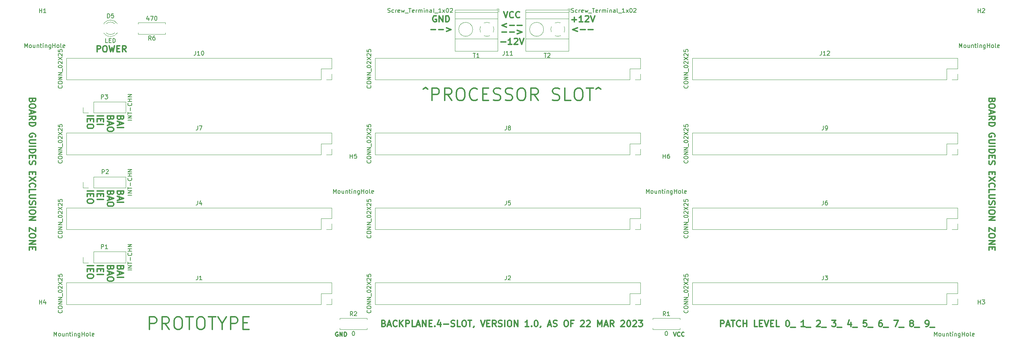
<source format=gbr>
%TF.GenerationSoftware,KiCad,Pcbnew,(6.0.11)*%
%TF.CreationDate,2023-05-28T18:55:11-04:00*%
%TF.ProjectId,backplane.4-slot,6261636b-706c-4616-9e65-2e342d736c6f,rev?*%
%TF.SameCoordinates,Original*%
%TF.FileFunction,Legend,Top*%
%TF.FilePolarity,Positive*%
%FSLAX46Y46*%
G04 Gerber Fmt 4.6, Leading zero omitted, Abs format (unit mm)*
G04 Created by KiCad (PCBNEW (6.0.11)) date 2023-05-28 18:55:11*
%MOMM*%
%LPD*%
G01*
G04 APERTURE LIST*
%ADD10C,0.300000*%
%ADD11C,0.250000*%
%ADD12C,0.150000*%
%ADD13C,0.120000*%
G04 APERTURE END LIST*
D10*
X58729642Y-176552142D02*
X58658214Y-176766428D01*
X58586785Y-176837857D01*
X58443928Y-176909285D01*
X58229642Y-176909285D01*
X58086785Y-176837857D01*
X58015357Y-176766428D01*
X57943928Y-176623571D01*
X57943928Y-176052142D01*
X59443928Y-176052142D01*
X59443928Y-176552142D01*
X59372500Y-176695000D01*
X59301071Y-176766428D01*
X59158214Y-176837857D01*
X59015357Y-176837857D01*
X58872500Y-176766428D01*
X58801071Y-176695000D01*
X58729642Y-176552142D01*
X58729642Y-176052142D01*
X58372500Y-177480714D02*
X58372500Y-178195000D01*
X57943928Y-177337857D02*
X59443928Y-177837857D01*
X57943928Y-178337857D01*
X57943928Y-178837857D02*
X59443928Y-178837857D01*
X56314642Y-176552142D02*
X56243214Y-176766428D01*
X56171785Y-176837857D01*
X56028928Y-176909285D01*
X55814642Y-176909285D01*
X55671785Y-176837857D01*
X55600357Y-176766428D01*
X55528928Y-176623571D01*
X55528928Y-176052142D01*
X57028928Y-176052142D01*
X57028928Y-176552142D01*
X56957500Y-176695000D01*
X56886071Y-176766428D01*
X56743214Y-176837857D01*
X56600357Y-176837857D01*
X56457500Y-176766428D01*
X56386071Y-176695000D01*
X56314642Y-176552142D01*
X56314642Y-176052142D01*
X55957500Y-177480714D02*
X55957500Y-178195000D01*
X55528928Y-177337857D02*
X57028928Y-177837857D01*
X55528928Y-178337857D01*
X57028928Y-179123571D02*
X57028928Y-179409285D01*
X56957500Y-179552142D01*
X56814642Y-179695000D01*
X56528928Y-179766428D01*
X56028928Y-179766428D01*
X55743214Y-179695000D01*
X55600357Y-179552142D01*
X55528928Y-179409285D01*
X55528928Y-179123571D01*
X55600357Y-178980714D01*
X55743214Y-178837857D01*
X56028928Y-178766428D01*
X56528928Y-178766428D01*
X56814642Y-178837857D01*
X56957500Y-178980714D01*
X57028928Y-179123571D01*
X53113928Y-176052142D02*
X54613928Y-176052142D01*
X53899642Y-176766428D02*
X53899642Y-177266428D01*
X53113928Y-177480714D02*
X53113928Y-176766428D01*
X54613928Y-176766428D01*
X54613928Y-177480714D01*
X53113928Y-178123571D02*
X54613928Y-178123571D01*
X50698928Y-176052142D02*
X52198928Y-176052142D01*
X51484642Y-176766428D02*
X51484642Y-177266428D01*
X50698928Y-177480714D02*
X50698928Y-176766428D01*
X52198928Y-176766428D01*
X52198928Y-177480714D01*
X52198928Y-178409285D02*
X52198928Y-178695000D01*
X52127500Y-178837857D01*
X51984642Y-178980714D01*
X51698928Y-179052142D01*
X51198928Y-179052142D01*
X50913214Y-178980714D01*
X50770357Y-178837857D01*
X50698928Y-178695000D01*
X50698928Y-178409285D01*
X50770357Y-178266428D01*
X50913214Y-178123571D01*
X51198928Y-178052142D01*
X51698928Y-178052142D01*
X51984642Y-178123571D01*
X52127500Y-178266428D01*
X52198928Y-178409285D01*
X58729642Y-194552142D02*
X58658214Y-194766428D01*
X58586785Y-194837857D01*
X58443928Y-194909285D01*
X58229642Y-194909285D01*
X58086785Y-194837857D01*
X58015357Y-194766428D01*
X57943928Y-194623571D01*
X57943928Y-194052142D01*
X59443928Y-194052142D01*
X59443928Y-194552142D01*
X59372500Y-194695000D01*
X59301071Y-194766428D01*
X59158214Y-194837857D01*
X59015357Y-194837857D01*
X58872500Y-194766428D01*
X58801071Y-194695000D01*
X58729642Y-194552142D01*
X58729642Y-194052142D01*
X58372500Y-195480714D02*
X58372500Y-196195000D01*
X57943928Y-195337857D02*
X59443928Y-195837857D01*
X57943928Y-196337857D01*
X57943928Y-196837857D02*
X59443928Y-196837857D01*
X56314642Y-194552142D02*
X56243214Y-194766428D01*
X56171785Y-194837857D01*
X56028928Y-194909285D01*
X55814642Y-194909285D01*
X55671785Y-194837857D01*
X55600357Y-194766428D01*
X55528928Y-194623571D01*
X55528928Y-194052142D01*
X57028928Y-194052142D01*
X57028928Y-194552142D01*
X56957500Y-194695000D01*
X56886071Y-194766428D01*
X56743214Y-194837857D01*
X56600357Y-194837857D01*
X56457500Y-194766428D01*
X56386071Y-194695000D01*
X56314642Y-194552142D01*
X56314642Y-194052142D01*
X55957500Y-195480714D02*
X55957500Y-196195000D01*
X55528928Y-195337857D02*
X57028928Y-195837857D01*
X55528928Y-196337857D01*
X57028928Y-197123571D02*
X57028928Y-197409285D01*
X56957500Y-197552142D01*
X56814642Y-197695000D01*
X56528928Y-197766428D01*
X56028928Y-197766428D01*
X55743214Y-197695000D01*
X55600357Y-197552142D01*
X55528928Y-197409285D01*
X55528928Y-197123571D01*
X55600357Y-196980714D01*
X55743214Y-196837857D01*
X56028928Y-196766428D01*
X56528928Y-196766428D01*
X56814642Y-196837857D01*
X56957500Y-196980714D01*
X57028928Y-197123571D01*
X53113928Y-194052142D02*
X54613928Y-194052142D01*
X53899642Y-194766428D02*
X53899642Y-195266428D01*
X53113928Y-195480714D02*
X53113928Y-194766428D01*
X54613928Y-194766428D01*
X54613928Y-195480714D01*
X53113928Y-196123571D02*
X54613928Y-196123571D01*
X50698928Y-194052142D02*
X52198928Y-194052142D01*
X51484642Y-194766428D02*
X51484642Y-195266428D01*
X50698928Y-195480714D02*
X50698928Y-194766428D01*
X52198928Y-194766428D01*
X52198928Y-195480714D01*
X52198928Y-196409285D02*
X52198928Y-196695000D01*
X52127500Y-196837857D01*
X51984642Y-196980714D01*
X51698928Y-197052142D01*
X51198928Y-197052142D01*
X50913214Y-196980714D01*
X50770357Y-196837857D01*
X50698928Y-196695000D01*
X50698928Y-196409285D01*
X50770357Y-196266428D01*
X50913214Y-196123571D01*
X51198928Y-196052142D01*
X51698928Y-196052142D01*
X51984642Y-196123571D01*
X52127500Y-196266428D01*
X52198928Y-196409285D01*
X58729642Y-212552142D02*
X58658214Y-212766428D01*
X58586785Y-212837857D01*
X58443928Y-212909285D01*
X58229642Y-212909285D01*
X58086785Y-212837857D01*
X58015357Y-212766428D01*
X57943928Y-212623571D01*
X57943928Y-212052142D01*
X59443928Y-212052142D01*
X59443928Y-212552142D01*
X59372500Y-212695000D01*
X59301071Y-212766428D01*
X59158214Y-212837857D01*
X59015357Y-212837857D01*
X58872500Y-212766428D01*
X58801071Y-212695000D01*
X58729642Y-212552142D01*
X58729642Y-212052142D01*
X58372500Y-213480714D02*
X58372500Y-214195000D01*
X57943928Y-213337857D02*
X59443928Y-213837857D01*
X57943928Y-214337857D01*
X57943928Y-214837857D02*
X59443928Y-214837857D01*
X56314642Y-212552142D02*
X56243214Y-212766428D01*
X56171785Y-212837857D01*
X56028928Y-212909285D01*
X55814642Y-212909285D01*
X55671785Y-212837857D01*
X55600357Y-212766428D01*
X55528928Y-212623571D01*
X55528928Y-212052142D01*
X57028928Y-212052142D01*
X57028928Y-212552142D01*
X56957500Y-212695000D01*
X56886071Y-212766428D01*
X56743214Y-212837857D01*
X56600357Y-212837857D01*
X56457500Y-212766428D01*
X56386071Y-212695000D01*
X56314642Y-212552142D01*
X56314642Y-212052142D01*
X55957500Y-213480714D02*
X55957500Y-214195000D01*
X55528928Y-213337857D02*
X57028928Y-213837857D01*
X55528928Y-214337857D01*
X57028928Y-215123571D02*
X57028928Y-215409285D01*
X56957500Y-215552142D01*
X56814642Y-215695000D01*
X56528928Y-215766428D01*
X56028928Y-215766428D01*
X55743214Y-215695000D01*
X55600357Y-215552142D01*
X55528928Y-215409285D01*
X55528928Y-215123571D01*
X55600357Y-214980714D01*
X55743214Y-214837857D01*
X56028928Y-214766428D01*
X56528928Y-214766428D01*
X56814642Y-214837857D01*
X56957500Y-214980714D01*
X57028928Y-215123571D01*
X53113928Y-212052142D02*
X54613928Y-212052142D01*
X53899642Y-212766428D02*
X53899642Y-213266428D01*
X53113928Y-213480714D02*
X53113928Y-212766428D01*
X54613928Y-212766428D01*
X54613928Y-213480714D01*
X53113928Y-214123571D02*
X54613928Y-214123571D01*
X50698928Y-212052142D02*
X52198928Y-212052142D01*
X51484642Y-212766428D02*
X51484642Y-213266428D01*
X50698928Y-213480714D02*
X50698928Y-212766428D01*
X52198928Y-212766428D01*
X52198928Y-213480714D01*
X52198928Y-214409285D02*
X52198928Y-214695000D01*
X52127500Y-214837857D01*
X51984642Y-214980714D01*
X51698928Y-215052142D01*
X51198928Y-215052142D01*
X50913214Y-214980714D01*
X50770357Y-214837857D01*
X50698928Y-214695000D01*
X50698928Y-214409285D01*
X50770357Y-214266428D01*
X50913214Y-214123571D01*
X51198928Y-214052142D01*
X51698928Y-214052142D01*
X51984642Y-214123571D01*
X52127500Y-214266428D01*
X52198928Y-214409285D01*
X121785714Y-225892857D02*
X122000000Y-225964285D01*
X122071428Y-226035714D01*
X122142857Y-226178571D01*
X122142857Y-226392857D01*
X122071428Y-226535714D01*
X122000000Y-226607142D01*
X121857142Y-226678571D01*
X121285714Y-226678571D01*
X121285714Y-225178571D01*
X121785714Y-225178571D01*
X121928571Y-225250000D01*
X122000000Y-225321428D01*
X122071428Y-225464285D01*
X122071428Y-225607142D01*
X122000000Y-225750000D01*
X121928571Y-225821428D01*
X121785714Y-225892857D01*
X121285714Y-225892857D01*
X122714285Y-226250000D02*
X123428571Y-226250000D01*
X122571428Y-226678571D02*
X123071428Y-225178571D01*
X123571428Y-226678571D01*
X124928571Y-226535714D02*
X124857142Y-226607142D01*
X124642857Y-226678571D01*
X124500000Y-226678571D01*
X124285714Y-226607142D01*
X124142857Y-226464285D01*
X124071428Y-226321428D01*
X124000000Y-226035714D01*
X124000000Y-225821428D01*
X124071428Y-225535714D01*
X124142857Y-225392857D01*
X124285714Y-225250000D01*
X124500000Y-225178571D01*
X124642857Y-225178571D01*
X124857142Y-225250000D01*
X124928571Y-225321428D01*
X125571428Y-226678571D02*
X125571428Y-225178571D01*
X126428571Y-226678571D02*
X125785714Y-225821428D01*
X126428571Y-225178571D02*
X125571428Y-226035714D01*
X127071428Y-226678571D02*
X127071428Y-225178571D01*
X127642857Y-225178571D01*
X127785714Y-225250000D01*
X127857142Y-225321428D01*
X127928571Y-225464285D01*
X127928571Y-225678571D01*
X127857142Y-225821428D01*
X127785714Y-225892857D01*
X127642857Y-225964285D01*
X127071428Y-225964285D01*
X129285714Y-226678571D02*
X128571428Y-226678571D01*
X128571428Y-225178571D01*
X129714285Y-226250000D02*
X130428571Y-226250000D01*
X129571428Y-226678571D02*
X130071428Y-225178571D01*
X130571428Y-226678571D01*
X131071428Y-226678571D02*
X131071428Y-225178571D01*
X131928571Y-226678571D01*
X131928571Y-225178571D01*
X132642857Y-225892857D02*
X133142857Y-225892857D01*
X133357142Y-226678571D02*
X132642857Y-226678571D01*
X132642857Y-225178571D01*
X133357142Y-225178571D01*
X134000000Y-226535714D02*
X134071428Y-226607142D01*
X134000000Y-226678571D01*
X133928571Y-226607142D01*
X134000000Y-226535714D01*
X134000000Y-226678571D01*
X135357142Y-225678571D02*
X135357142Y-226678571D01*
X135000000Y-225107142D02*
X134642857Y-226178571D01*
X135571428Y-226178571D01*
X136142857Y-226107142D02*
X137285714Y-226107142D01*
X137928571Y-226607142D02*
X138142857Y-226678571D01*
X138500000Y-226678571D01*
X138642857Y-226607142D01*
X138714285Y-226535714D01*
X138785714Y-226392857D01*
X138785714Y-226250000D01*
X138714285Y-226107142D01*
X138642857Y-226035714D01*
X138500000Y-225964285D01*
X138214285Y-225892857D01*
X138071428Y-225821428D01*
X138000000Y-225750000D01*
X137928571Y-225607142D01*
X137928571Y-225464285D01*
X138000000Y-225321428D01*
X138071428Y-225250000D01*
X138214285Y-225178571D01*
X138571428Y-225178571D01*
X138785714Y-225250000D01*
X140142857Y-226678571D02*
X139428571Y-226678571D01*
X139428571Y-225178571D01*
X140928571Y-225178571D02*
X141214285Y-225178571D01*
X141357142Y-225250000D01*
X141500000Y-225392857D01*
X141571428Y-225678571D01*
X141571428Y-226178571D01*
X141500000Y-226464285D01*
X141357142Y-226607142D01*
X141214285Y-226678571D01*
X140928571Y-226678571D01*
X140785714Y-226607142D01*
X140642857Y-226464285D01*
X140571428Y-226178571D01*
X140571428Y-225678571D01*
X140642857Y-225392857D01*
X140785714Y-225250000D01*
X140928571Y-225178571D01*
X142000000Y-225178571D02*
X142857142Y-225178571D01*
X142428571Y-226678571D02*
X142428571Y-225178571D01*
X143428571Y-226607142D02*
X143428571Y-226678571D01*
X143357142Y-226821428D01*
X143285714Y-226892857D01*
X145000000Y-225178571D02*
X145500000Y-226678571D01*
X146000000Y-225178571D01*
X146500000Y-225892857D02*
X147000000Y-225892857D01*
X147214285Y-226678571D02*
X146500000Y-226678571D01*
X146500000Y-225178571D01*
X147214285Y-225178571D01*
X148714285Y-226678571D02*
X148214285Y-225964285D01*
X147857142Y-226678571D02*
X147857142Y-225178571D01*
X148428571Y-225178571D01*
X148571428Y-225250000D01*
X148642857Y-225321428D01*
X148714285Y-225464285D01*
X148714285Y-225678571D01*
X148642857Y-225821428D01*
X148571428Y-225892857D01*
X148428571Y-225964285D01*
X147857142Y-225964285D01*
X149285714Y-226607142D02*
X149500000Y-226678571D01*
X149857142Y-226678571D01*
X150000000Y-226607142D01*
X150071428Y-226535714D01*
X150142857Y-226392857D01*
X150142857Y-226250000D01*
X150071428Y-226107142D01*
X150000000Y-226035714D01*
X149857142Y-225964285D01*
X149571428Y-225892857D01*
X149428571Y-225821428D01*
X149357142Y-225750000D01*
X149285714Y-225607142D01*
X149285714Y-225464285D01*
X149357142Y-225321428D01*
X149428571Y-225250000D01*
X149571428Y-225178571D01*
X149928571Y-225178571D01*
X150142857Y-225250000D01*
X150785714Y-226678571D02*
X150785714Y-225178571D01*
X151785714Y-225178571D02*
X152071428Y-225178571D01*
X152214285Y-225250000D01*
X152357142Y-225392857D01*
X152428571Y-225678571D01*
X152428571Y-226178571D01*
X152357142Y-226464285D01*
X152214285Y-226607142D01*
X152071428Y-226678571D01*
X151785714Y-226678571D01*
X151642857Y-226607142D01*
X151500000Y-226464285D01*
X151428571Y-226178571D01*
X151428571Y-225678571D01*
X151500000Y-225392857D01*
X151642857Y-225250000D01*
X151785714Y-225178571D01*
X153071428Y-226678571D02*
X153071428Y-225178571D01*
X153928571Y-226678571D01*
X153928571Y-225178571D01*
X156571428Y-226678571D02*
X155714285Y-226678571D01*
X156142857Y-226678571D02*
X156142857Y-225178571D01*
X156000000Y-225392857D01*
X155857142Y-225535714D01*
X155714285Y-225607142D01*
X157214285Y-226535714D02*
X157285714Y-226607142D01*
X157214285Y-226678571D01*
X157142857Y-226607142D01*
X157214285Y-226535714D01*
X157214285Y-226678571D01*
X158214285Y-225178571D02*
X158357142Y-225178571D01*
X158500000Y-225250000D01*
X158571428Y-225321428D01*
X158642857Y-225464285D01*
X158714285Y-225750000D01*
X158714285Y-226107142D01*
X158642857Y-226392857D01*
X158571428Y-226535714D01*
X158500000Y-226607142D01*
X158357142Y-226678571D01*
X158214285Y-226678571D01*
X158071428Y-226607142D01*
X158000000Y-226535714D01*
X157928571Y-226392857D01*
X157857142Y-226107142D01*
X157857142Y-225750000D01*
X157928571Y-225464285D01*
X158000000Y-225321428D01*
X158071428Y-225250000D01*
X158214285Y-225178571D01*
X159428571Y-226607142D02*
X159428571Y-226678571D01*
X159357142Y-226821428D01*
X159285714Y-226892857D01*
X161142857Y-226250000D02*
X161857142Y-226250000D01*
X161000000Y-226678571D02*
X161500000Y-225178571D01*
X162000000Y-226678571D01*
X162428571Y-226607142D02*
X162642857Y-226678571D01*
X163000000Y-226678571D01*
X163142857Y-226607142D01*
X163214285Y-226535714D01*
X163285714Y-226392857D01*
X163285714Y-226250000D01*
X163214285Y-226107142D01*
X163142857Y-226035714D01*
X163000000Y-225964285D01*
X162714285Y-225892857D01*
X162571428Y-225821428D01*
X162500000Y-225750000D01*
X162428571Y-225607142D01*
X162428571Y-225464285D01*
X162500000Y-225321428D01*
X162571428Y-225250000D01*
X162714285Y-225178571D01*
X163071428Y-225178571D01*
X163285714Y-225250000D01*
X165357142Y-225178571D02*
X165642857Y-225178571D01*
X165785714Y-225250000D01*
X165928571Y-225392857D01*
X166000000Y-225678571D01*
X166000000Y-226178571D01*
X165928571Y-226464285D01*
X165785714Y-226607142D01*
X165642857Y-226678571D01*
X165357142Y-226678571D01*
X165214285Y-226607142D01*
X165071428Y-226464285D01*
X165000000Y-226178571D01*
X165000000Y-225678571D01*
X165071428Y-225392857D01*
X165214285Y-225250000D01*
X165357142Y-225178571D01*
X167142857Y-225892857D02*
X166642857Y-225892857D01*
X166642857Y-226678571D02*
X166642857Y-225178571D01*
X167357142Y-225178571D01*
X169000000Y-225321428D02*
X169071428Y-225250000D01*
X169214285Y-225178571D01*
X169571428Y-225178571D01*
X169714285Y-225250000D01*
X169785714Y-225321428D01*
X169857142Y-225464285D01*
X169857142Y-225607142D01*
X169785714Y-225821428D01*
X168928571Y-226678571D01*
X169857142Y-226678571D01*
X170428571Y-225321428D02*
X170500000Y-225250000D01*
X170642857Y-225178571D01*
X171000000Y-225178571D01*
X171142857Y-225250000D01*
X171214285Y-225321428D01*
X171285714Y-225464285D01*
X171285714Y-225607142D01*
X171214285Y-225821428D01*
X170357142Y-226678571D01*
X171285714Y-226678571D01*
X173071428Y-226678571D02*
X173071428Y-225178571D01*
X173571428Y-226250000D01*
X174071428Y-225178571D01*
X174071428Y-226678571D01*
X174714285Y-226250000D02*
X175428571Y-226250000D01*
X174571428Y-226678571D02*
X175071428Y-225178571D01*
X175571428Y-226678571D01*
X176928571Y-226678571D02*
X176428571Y-225964285D01*
X176071428Y-226678571D02*
X176071428Y-225178571D01*
X176642857Y-225178571D01*
X176785714Y-225250000D01*
X176857142Y-225321428D01*
X176928571Y-225464285D01*
X176928571Y-225678571D01*
X176857142Y-225821428D01*
X176785714Y-225892857D01*
X176642857Y-225964285D01*
X176071428Y-225964285D01*
X178642857Y-225321428D02*
X178714285Y-225250000D01*
X178857142Y-225178571D01*
X179214285Y-225178571D01*
X179357142Y-225250000D01*
X179428571Y-225321428D01*
X179500000Y-225464285D01*
X179500000Y-225607142D01*
X179428571Y-225821428D01*
X178571428Y-226678571D01*
X179500000Y-226678571D01*
X180428571Y-225178571D02*
X180571428Y-225178571D01*
X180714285Y-225250000D01*
X180785714Y-225321428D01*
X180857142Y-225464285D01*
X180928571Y-225750000D01*
X180928571Y-226107142D01*
X180857142Y-226392857D01*
X180785714Y-226535714D01*
X180714285Y-226607142D01*
X180571428Y-226678571D01*
X180428571Y-226678571D01*
X180285714Y-226607142D01*
X180214285Y-226535714D01*
X180142857Y-226392857D01*
X180071428Y-226107142D01*
X180071428Y-225750000D01*
X180142857Y-225464285D01*
X180214285Y-225321428D01*
X180285714Y-225250000D01*
X180428571Y-225178571D01*
X181500000Y-225321428D02*
X181571428Y-225250000D01*
X181714285Y-225178571D01*
X182071428Y-225178571D01*
X182214285Y-225250000D01*
X182285714Y-225321428D01*
X182357142Y-225464285D01*
X182357142Y-225607142D01*
X182285714Y-225821428D01*
X181428571Y-226678571D01*
X182357142Y-226678571D01*
X182857142Y-225178571D02*
X183785714Y-225178571D01*
X183285714Y-225750000D01*
X183500000Y-225750000D01*
X183642857Y-225821428D01*
X183714285Y-225892857D01*
X183785714Y-226035714D01*
X183785714Y-226392857D01*
X183714285Y-226535714D01*
X183642857Y-226607142D01*
X183500000Y-226678571D01*
X183071428Y-226678571D01*
X182928571Y-226607142D01*
X182857142Y-226535714D01*
X267607142Y-172285714D02*
X267535714Y-172500000D01*
X267464285Y-172571428D01*
X267321428Y-172642857D01*
X267107142Y-172642857D01*
X266964285Y-172571428D01*
X266892857Y-172500000D01*
X266821428Y-172357142D01*
X266821428Y-171785714D01*
X268321428Y-171785714D01*
X268321428Y-172285714D01*
X268250000Y-172428571D01*
X268178571Y-172500000D01*
X268035714Y-172571428D01*
X267892857Y-172571428D01*
X267750000Y-172500000D01*
X267678571Y-172428571D01*
X267607142Y-172285714D01*
X267607142Y-171785714D01*
X268321428Y-173571428D02*
X268321428Y-173857142D01*
X268250000Y-174000000D01*
X268107142Y-174142857D01*
X267821428Y-174214285D01*
X267321428Y-174214285D01*
X267035714Y-174142857D01*
X266892857Y-174000000D01*
X266821428Y-173857142D01*
X266821428Y-173571428D01*
X266892857Y-173428571D01*
X267035714Y-173285714D01*
X267321428Y-173214285D01*
X267821428Y-173214285D01*
X268107142Y-173285714D01*
X268250000Y-173428571D01*
X268321428Y-173571428D01*
X267250000Y-174785714D02*
X267250000Y-175500000D01*
X266821428Y-174642857D02*
X268321428Y-175142857D01*
X266821428Y-175642857D01*
X266821428Y-177000000D02*
X267535714Y-176500000D01*
X266821428Y-176142857D02*
X268321428Y-176142857D01*
X268321428Y-176714285D01*
X268250000Y-176857142D01*
X268178571Y-176928571D01*
X268035714Y-177000000D01*
X267821428Y-177000000D01*
X267678571Y-176928571D01*
X267607142Y-176857142D01*
X267535714Y-176714285D01*
X267535714Y-176142857D01*
X266821428Y-177642857D02*
X268321428Y-177642857D01*
X268321428Y-178000000D01*
X268250000Y-178214285D01*
X268107142Y-178357142D01*
X267964285Y-178428571D01*
X267678571Y-178500000D01*
X267464285Y-178500000D01*
X267178571Y-178428571D01*
X267035714Y-178357142D01*
X266892857Y-178214285D01*
X266821428Y-178000000D01*
X266821428Y-177642857D01*
X268250000Y-181071428D02*
X268321428Y-180928571D01*
X268321428Y-180714285D01*
X268250000Y-180500000D01*
X268107142Y-180357142D01*
X267964285Y-180285714D01*
X267678571Y-180214285D01*
X267464285Y-180214285D01*
X267178571Y-180285714D01*
X267035714Y-180357142D01*
X266892857Y-180500000D01*
X266821428Y-180714285D01*
X266821428Y-180857142D01*
X266892857Y-181071428D01*
X266964285Y-181142857D01*
X267464285Y-181142857D01*
X267464285Y-180857142D01*
X268321428Y-181785714D02*
X267107142Y-181785714D01*
X266964285Y-181857142D01*
X266892857Y-181928571D01*
X266821428Y-182071428D01*
X266821428Y-182357142D01*
X266892857Y-182500000D01*
X266964285Y-182571428D01*
X267107142Y-182642857D01*
X268321428Y-182642857D01*
X266821428Y-183357142D02*
X268321428Y-183357142D01*
X266821428Y-184071428D02*
X268321428Y-184071428D01*
X268321428Y-184428571D01*
X268250000Y-184642857D01*
X268107142Y-184785714D01*
X267964285Y-184857142D01*
X267678571Y-184928571D01*
X267464285Y-184928571D01*
X267178571Y-184857142D01*
X267035714Y-184785714D01*
X266892857Y-184642857D01*
X266821428Y-184428571D01*
X266821428Y-184071428D01*
X267607142Y-185571428D02*
X267607142Y-186071428D01*
X266821428Y-186285714D02*
X266821428Y-185571428D01*
X268321428Y-185571428D01*
X268321428Y-186285714D01*
X266892857Y-186857142D02*
X266821428Y-187071428D01*
X266821428Y-187428571D01*
X266892857Y-187571428D01*
X266964285Y-187642857D01*
X267107142Y-187714285D01*
X267250000Y-187714285D01*
X267392857Y-187642857D01*
X267464285Y-187571428D01*
X267535714Y-187428571D01*
X267607142Y-187142857D01*
X267678571Y-187000000D01*
X267750000Y-186928571D01*
X267892857Y-186857142D01*
X268035714Y-186857142D01*
X268178571Y-186928571D01*
X268250000Y-187000000D01*
X268321428Y-187142857D01*
X268321428Y-187500000D01*
X268250000Y-187714285D01*
X267607142Y-189500000D02*
X267607142Y-190000000D01*
X266821428Y-190214285D02*
X266821428Y-189500000D01*
X268321428Y-189500000D01*
X268321428Y-190214285D01*
X268321428Y-190714285D02*
X266821428Y-191714285D01*
X268321428Y-191714285D02*
X266821428Y-190714285D01*
X266964285Y-193142857D02*
X266892857Y-193071428D01*
X266821428Y-192857142D01*
X266821428Y-192714285D01*
X266892857Y-192500000D01*
X267035714Y-192357142D01*
X267178571Y-192285714D01*
X267464285Y-192214285D01*
X267678571Y-192214285D01*
X267964285Y-192285714D01*
X268107142Y-192357142D01*
X268250000Y-192500000D01*
X268321428Y-192714285D01*
X268321428Y-192857142D01*
X268250000Y-193071428D01*
X268178571Y-193142857D01*
X266821428Y-194500000D02*
X266821428Y-193785714D01*
X268321428Y-193785714D01*
X268321428Y-195000000D02*
X267107142Y-195000000D01*
X266964285Y-195071428D01*
X266892857Y-195142857D01*
X266821428Y-195285714D01*
X266821428Y-195571428D01*
X266892857Y-195714285D01*
X266964285Y-195785714D01*
X267107142Y-195857142D01*
X268321428Y-195857142D01*
X266892857Y-196500000D02*
X266821428Y-196714285D01*
X266821428Y-197071428D01*
X266892857Y-197214285D01*
X266964285Y-197285714D01*
X267107142Y-197357142D01*
X267250000Y-197357142D01*
X267392857Y-197285714D01*
X267464285Y-197214285D01*
X267535714Y-197071428D01*
X267607142Y-196785714D01*
X267678571Y-196642857D01*
X267750000Y-196571428D01*
X267892857Y-196500000D01*
X268035714Y-196500000D01*
X268178571Y-196571428D01*
X268250000Y-196642857D01*
X268321428Y-196785714D01*
X268321428Y-197142857D01*
X268250000Y-197357142D01*
X266821428Y-198000000D02*
X268321428Y-198000000D01*
X268321428Y-199000000D02*
X268321428Y-199285714D01*
X268250000Y-199428571D01*
X268107142Y-199571428D01*
X267821428Y-199642857D01*
X267321428Y-199642857D01*
X267035714Y-199571428D01*
X266892857Y-199428571D01*
X266821428Y-199285714D01*
X266821428Y-199000000D01*
X266892857Y-198857142D01*
X267035714Y-198714285D01*
X267321428Y-198642857D01*
X267821428Y-198642857D01*
X268107142Y-198714285D01*
X268250000Y-198857142D01*
X268321428Y-199000000D01*
X266821428Y-200285714D02*
X268321428Y-200285714D01*
X266821428Y-201142857D01*
X268321428Y-201142857D01*
X268321428Y-202857142D02*
X268321428Y-203857142D01*
X266821428Y-202857142D01*
X266821428Y-203857142D01*
X268321428Y-204714285D02*
X268321428Y-205000000D01*
X268250000Y-205142857D01*
X268107142Y-205285714D01*
X267821428Y-205357142D01*
X267321428Y-205357142D01*
X267035714Y-205285714D01*
X266892857Y-205142857D01*
X266821428Y-205000000D01*
X266821428Y-204714285D01*
X266892857Y-204571428D01*
X267035714Y-204428571D01*
X267321428Y-204357142D01*
X267821428Y-204357142D01*
X268107142Y-204428571D01*
X268250000Y-204571428D01*
X268321428Y-204714285D01*
X266821428Y-206000000D02*
X268321428Y-206000000D01*
X266821428Y-206857142D01*
X268321428Y-206857142D01*
X267607142Y-207571428D02*
X267607142Y-208071428D01*
X266821428Y-208285714D02*
X266821428Y-207571428D01*
X268321428Y-207571428D01*
X268321428Y-208285714D01*
X53035714Y-160678571D02*
X53035714Y-159178571D01*
X53607142Y-159178571D01*
X53750000Y-159250000D01*
X53821428Y-159321428D01*
X53892857Y-159464285D01*
X53892857Y-159678571D01*
X53821428Y-159821428D01*
X53750000Y-159892857D01*
X53607142Y-159964285D01*
X53035714Y-159964285D01*
X54821428Y-159178571D02*
X55107142Y-159178571D01*
X55250000Y-159250000D01*
X55392857Y-159392857D01*
X55464285Y-159678571D01*
X55464285Y-160178571D01*
X55392857Y-160464285D01*
X55250000Y-160607142D01*
X55107142Y-160678571D01*
X54821428Y-160678571D01*
X54678571Y-160607142D01*
X54535714Y-160464285D01*
X54464285Y-160178571D01*
X54464285Y-159678571D01*
X54535714Y-159392857D01*
X54678571Y-159250000D01*
X54821428Y-159178571D01*
X55964285Y-159178571D02*
X56321428Y-160678571D01*
X56607142Y-159607142D01*
X56892857Y-160678571D01*
X57250000Y-159178571D01*
X57821428Y-159892857D02*
X58321428Y-159892857D01*
X58535714Y-160678571D02*
X57821428Y-160678571D01*
X57821428Y-159178571D01*
X58535714Y-159178571D01*
X60035714Y-160678571D02*
X59535714Y-159964285D01*
X59178571Y-160678571D02*
X59178571Y-159178571D01*
X59750000Y-159178571D01*
X59892857Y-159250000D01*
X59964285Y-159321428D01*
X60035714Y-159464285D01*
X60035714Y-159678571D01*
X59964285Y-159821428D01*
X59892857Y-159892857D01*
X59750000Y-159964285D01*
X59178571Y-159964285D01*
D11*
X191166666Y-227952380D02*
X191500000Y-228952380D01*
X191833333Y-227952380D01*
X192738095Y-228857142D02*
X192690476Y-228904761D01*
X192547619Y-228952380D01*
X192452380Y-228952380D01*
X192309523Y-228904761D01*
X192214285Y-228809523D01*
X192166666Y-228714285D01*
X192119047Y-228523809D01*
X192119047Y-228380952D01*
X192166666Y-228190476D01*
X192214285Y-228095238D01*
X192309523Y-228000000D01*
X192452380Y-227952380D01*
X192547619Y-227952380D01*
X192690476Y-228000000D01*
X192738095Y-228047619D01*
X193738095Y-228857142D02*
X193690476Y-228904761D01*
X193547619Y-228952380D01*
X193452380Y-228952380D01*
X193309523Y-228904761D01*
X193214285Y-228809523D01*
X193166666Y-228714285D01*
X193119047Y-228523809D01*
X193119047Y-228380952D01*
X193166666Y-228190476D01*
X193214285Y-228095238D01*
X193309523Y-228000000D01*
X193452380Y-227952380D01*
X193547619Y-227952380D01*
X193690476Y-228000000D01*
X193738095Y-228047619D01*
D10*
X166857142Y-152899642D02*
X168000000Y-152899642D01*
X167428571Y-153471071D02*
X167428571Y-152328214D01*
X169500000Y-153471071D02*
X168642857Y-153471071D01*
X169071428Y-153471071D02*
X169071428Y-151971071D01*
X168928571Y-152185357D01*
X168785714Y-152328214D01*
X168642857Y-152399642D01*
X170071428Y-152113928D02*
X170142857Y-152042500D01*
X170285714Y-151971071D01*
X170642857Y-151971071D01*
X170785714Y-152042500D01*
X170857142Y-152113928D01*
X170928571Y-152256785D01*
X170928571Y-152399642D01*
X170857142Y-152613928D01*
X170000000Y-153471071D01*
X170928571Y-153471071D01*
X171357142Y-151971071D02*
X171857142Y-153471071D01*
X172357142Y-151971071D01*
X168214285Y-154886071D02*
X167071428Y-155314642D01*
X168214285Y-155743214D01*
X168928571Y-155314642D02*
X170071428Y-155314642D01*
X170785714Y-155314642D02*
X171928571Y-155314642D01*
X131214285Y-169642857D02*
X131785714Y-169214285D01*
X132357142Y-169642857D01*
X133357142Y-172357142D02*
X133357142Y-169357142D01*
X134500000Y-169357142D01*
X134785714Y-169500000D01*
X134928571Y-169642857D01*
X135071428Y-169928571D01*
X135071428Y-170357142D01*
X134928571Y-170642857D01*
X134785714Y-170785714D01*
X134500000Y-170928571D01*
X133357142Y-170928571D01*
X138071428Y-172357142D02*
X137071428Y-170928571D01*
X136357142Y-172357142D02*
X136357142Y-169357142D01*
X137500000Y-169357142D01*
X137785714Y-169500000D01*
X137928571Y-169642857D01*
X138071428Y-169928571D01*
X138071428Y-170357142D01*
X137928571Y-170642857D01*
X137785714Y-170785714D01*
X137500000Y-170928571D01*
X136357142Y-170928571D01*
X139928571Y-169357142D02*
X140500000Y-169357142D01*
X140785714Y-169500000D01*
X141071428Y-169785714D01*
X141214285Y-170357142D01*
X141214285Y-171357142D01*
X141071428Y-171928571D01*
X140785714Y-172214285D01*
X140500000Y-172357142D01*
X139928571Y-172357142D01*
X139642857Y-172214285D01*
X139357142Y-171928571D01*
X139214285Y-171357142D01*
X139214285Y-170357142D01*
X139357142Y-169785714D01*
X139642857Y-169500000D01*
X139928571Y-169357142D01*
X144214285Y-172071428D02*
X144071428Y-172214285D01*
X143642857Y-172357142D01*
X143357142Y-172357142D01*
X142928571Y-172214285D01*
X142642857Y-171928571D01*
X142500000Y-171642857D01*
X142357142Y-171071428D01*
X142357142Y-170642857D01*
X142500000Y-170071428D01*
X142642857Y-169785714D01*
X142928571Y-169500000D01*
X143357142Y-169357142D01*
X143642857Y-169357142D01*
X144071428Y-169500000D01*
X144214285Y-169642857D01*
X145500000Y-170785714D02*
X146500000Y-170785714D01*
X146928571Y-172357142D02*
X145500000Y-172357142D01*
X145500000Y-169357142D01*
X146928571Y-169357142D01*
X148071428Y-172214285D02*
X148500000Y-172357142D01*
X149214285Y-172357142D01*
X149500000Y-172214285D01*
X149642857Y-172071428D01*
X149785714Y-171785714D01*
X149785714Y-171500000D01*
X149642857Y-171214285D01*
X149500000Y-171071428D01*
X149214285Y-170928571D01*
X148642857Y-170785714D01*
X148357142Y-170642857D01*
X148214285Y-170500000D01*
X148071428Y-170214285D01*
X148071428Y-169928571D01*
X148214285Y-169642857D01*
X148357142Y-169500000D01*
X148642857Y-169357142D01*
X149357142Y-169357142D01*
X149785714Y-169500000D01*
X150928571Y-172214285D02*
X151357142Y-172357142D01*
X152071428Y-172357142D01*
X152357142Y-172214285D01*
X152500000Y-172071428D01*
X152642857Y-171785714D01*
X152642857Y-171500000D01*
X152500000Y-171214285D01*
X152357142Y-171071428D01*
X152071428Y-170928571D01*
X151500000Y-170785714D01*
X151214285Y-170642857D01*
X151071428Y-170500000D01*
X150928571Y-170214285D01*
X150928571Y-169928571D01*
X151071428Y-169642857D01*
X151214285Y-169500000D01*
X151500000Y-169357142D01*
X152214285Y-169357142D01*
X152642857Y-169500000D01*
X154500000Y-169357142D02*
X155071428Y-169357142D01*
X155357142Y-169500000D01*
X155642857Y-169785714D01*
X155785714Y-170357142D01*
X155785714Y-171357142D01*
X155642857Y-171928571D01*
X155357142Y-172214285D01*
X155071428Y-172357142D01*
X154500000Y-172357142D01*
X154214285Y-172214285D01*
X153928571Y-171928571D01*
X153785714Y-171357142D01*
X153785714Y-170357142D01*
X153928571Y-169785714D01*
X154214285Y-169500000D01*
X154500000Y-169357142D01*
X158785714Y-172357142D02*
X157785714Y-170928571D01*
X157071428Y-172357142D02*
X157071428Y-169357142D01*
X158214285Y-169357142D01*
X158500000Y-169500000D01*
X158642857Y-169642857D01*
X158785714Y-169928571D01*
X158785714Y-170357142D01*
X158642857Y-170642857D01*
X158500000Y-170785714D01*
X158214285Y-170928571D01*
X157071428Y-170928571D01*
X162214285Y-172214285D02*
X162642857Y-172357142D01*
X163357142Y-172357142D01*
X163642857Y-172214285D01*
X163785714Y-172071428D01*
X163928571Y-171785714D01*
X163928571Y-171500000D01*
X163785714Y-171214285D01*
X163642857Y-171071428D01*
X163357142Y-170928571D01*
X162785714Y-170785714D01*
X162500000Y-170642857D01*
X162357142Y-170500000D01*
X162214285Y-170214285D01*
X162214285Y-169928571D01*
X162357142Y-169642857D01*
X162500000Y-169500000D01*
X162785714Y-169357142D01*
X163500000Y-169357142D01*
X163928571Y-169500000D01*
X166642857Y-172357142D02*
X165214285Y-172357142D01*
X165214285Y-169357142D01*
X168214285Y-169357142D02*
X168785714Y-169357142D01*
X169071428Y-169500000D01*
X169357142Y-169785714D01*
X169500000Y-170357142D01*
X169500000Y-171357142D01*
X169357142Y-171928571D01*
X169071428Y-172214285D01*
X168785714Y-172357142D01*
X168214285Y-172357142D01*
X167928571Y-172214285D01*
X167642857Y-171928571D01*
X167500000Y-171357142D01*
X167500000Y-170357142D01*
X167642857Y-169785714D01*
X167928571Y-169500000D01*
X168214285Y-169357142D01*
X170357142Y-169357142D02*
X172071428Y-169357142D01*
X171214285Y-172357142D02*
X171214285Y-169357142D01*
X172642857Y-169642857D02*
X173214285Y-169214285D01*
X173785714Y-169642857D01*
X134357142Y-152042500D02*
X134214285Y-151971071D01*
X134000000Y-151971071D01*
X133785714Y-152042500D01*
X133642857Y-152185357D01*
X133571428Y-152328214D01*
X133500000Y-152613928D01*
X133500000Y-152828214D01*
X133571428Y-153113928D01*
X133642857Y-153256785D01*
X133785714Y-153399642D01*
X134000000Y-153471071D01*
X134142857Y-153471071D01*
X134357142Y-153399642D01*
X134428571Y-153328214D01*
X134428571Y-152828214D01*
X134142857Y-152828214D01*
X135071428Y-153471071D02*
X135071428Y-151971071D01*
X135928571Y-153471071D01*
X135928571Y-151971071D01*
X136642857Y-153471071D02*
X136642857Y-151971071D01*
X137000000Y-151971071D01*
X137214285Y-152042500D01*
X137357142Y-152185357D01*
X137428571Y-152328214D01*
X137500000Y-152613928D01*
X137500000Y-152828214D01*
X137428571Y-153113928D01*
X137357142Y-153256785D01*
X137214285Y-153399642D01*
X137000000Y-153471071D01*
X136642857Y-153471071D01*
X133071428Y-155314642D02*
X134214285Y-155314642D01*
X134928571Y-155314642D02*
X136071428Y-155314642D01*
X136785714Y-154886071D02*
X137928571Y-155314642D01*
X136785714Y-155743214D01*
X65642857Y-227357142D02*
X65642857Y-224357142D01*
X66785714Y-224357142D01*
X67071428Y-224500000D01*
X67214285Y-224642857D01*
X67357142Y-224928571D01*
X67357142Y-225357142D01*
X67214285Y-225642857D01*
X67071428Y-225785714D01*
X66785714Y-225928571D01*
X65642857Y-225928571D01*
X70357142Y-227357142D02*
X69357142Y-225928571D01*
X68642857Y-227357142D02*
X68642857Y-224357142D01*
X69785714Y-224357142D01*
X70071428Y-224500000D01*
X70214285Y-224642857D01*
X70357142Y-224928571D01*
X70357142Y-225357142D01*
X70214285Y-225642857D01*
X70071428Y-225785714D01*
X69785714Y-225928571D01*
X68642857Y-225928571D01*
X72214285Y-224357142D02*
X72785714Y-224357142D01*
X73071428Y-224500000D01*
X73357142Y-224785714D01*
X73500000Y-225357142D01*
X73500000Y-226357142D01*
X73357142Y-226928571D01*
X73071428Y-227214285D01*
X72785714Y-227357142D01*
X72214285Y-227357142D01*
X71928571Y-227214285D01*
X71642857Y-226928571D01*
X71500000Y-226357142D01*
X71500000Y-225357142D01*
X71642857Y-224785714D01*
X71928571Y-224500000D01*
X72214285Y-224357142D01*
X74357142Y-224357142D02*
X76071428Y-224357142D01*
X75214285Y-227357142D02*
X75214285Y-224357142D01*
X77642857Y-224357142D02*
X78214285Y-224357142D01*
X78500000Y-224500000D01*
X78785714Y-224785714D01*
X78928571Y-225357142D01*
X78928571Y-226357142D01*
X78785714Y-226928571D01*
X78500000Y-227214285D01*
X78214285Y-227357142D01*
X77642857Y-227357142D01*
X77357142Y-227214285D01*
X77071428Y-226928571D01*
X76928571Y-226357142D01*
X76928571Y-225357142D01*
X77071428Y-224785714D01*
X77357142Y-224500000D01*
X77642857Y-224357142D01*
X79785714Y-224357142D02*
X81500000Y-224357142D01*
X80642857Y-227357142D02*
X80642857Y-224357142D01*
X83071428Y-225928571D02*
X83071428Y-227357142D01*
X82071428Y-224357142D02*
X83071428Y-225928571D01*
X84071428Y-224357142D01*
X85071428Y-227357142D02*
X85071428Y-224357142D01*
X86214285Y-224357142D01*
X86500000Y-224500000D01*
X86642857Y-224642857D01*
X86785714Y-224928571D01*
X86785714Y-225357142D01*
X86642857Y-225642857D01*
X86500000Y-225785714D01*
X86214285Y-225928571D01*
X85071428Y-225928571D01*
X88071428Y-225785714D02*
X89071428Y-225785714D01*
X89500000Y-227357142D02*
X88071428Y-227357142D01*
X88071428Y-224357142D01*
X89500000Y-224357142D01*
X150071428Y-155899642D02*
X151214285Y-155899642D01*
X151928571Y-155899642D02*
X153071428Y-155899642D01*
X153785714Y-155471071D02*
X154928571Y-155899642D01*
X153785714Y-156328214D01*
X149857142Y-158314642D02*
X151000000Y-158314642D01*
X152500000Y-158886071D02*
X151642857Y-158886071D01*
X152071428Y-158886071D02*
X152071428Y-157386071D01*
X151928571Y-157600357D01*
X151785714Y-157743214D01*
X151642857Y-157814642D01*
X153071428Y-157528928D02*
X153142857Y-157457500D01*
X153285714Y-157386071D01*
X153642857Y-157386071D01*
X153785714Y-157457500D01*
X153857142Y-157528928D01*
X153928571Y-157671785D01*
X153928571Y-157814642D01*
X153857142Y-158028928D01*
X153000000Y-158886071D01*
X153928571Y-158886071D01*
X154357142Y-157386071D02*
X154857142Y-158886071D01*
X155357142Y-157386071D01*
D11*
X110738095Y-228000000D02*
X110642857Y-227952380D01*
X110500000Y-227952380D01*
X110357142Y-228000000D01*
X110261904Y-228095238D01*
X110214285Y-228190476D01*
X110166666Y-228380952D01*
X110166666Y-228523809D01*
X110214285Y-228714285D01*
X110261904Y-228809523D01*
X110357142Y-228904761D01*
X110500000Y-228952380D01*
X110595238Y-228952380D01*
X110738095Y-228904761D01*
X110785714Y-228857142D01*
X110785714Y-228523809D01*
X110595238Y-228523809D01*
X111214285Y-228952380D02*
X111214285Y-227952380D01*
X111785714Y-228952380D01*
X111785714Y-227952380D01*
X112261904Y-228952380D02*
X112261904Y-227952380D01*
X112500000Y-227952380D01*
X112642857Y-228000000D01*
X112738095Y-228095238D01*
X112785714Y-228190476D01*
X112833333Y-228380952D01*
X112833333Y-228523809D01*
X112785714Y-228714285D01*
X112738095Y-228809523D01*
X112642857Y-228904761D01*
X112500000Y-228952380D01*
X112261904Y-228952380D01*
D10*
X37607142Y-172285714D02*
X37535714Y-172500000D01*
X37464285Y-172571428D01*
X37321428Y-172642857D01*
X37107142Y-172642857D01*
X36964285Y-172571428D01*
X36892857Y-172500000D01*
X36821428Y-172357142D01*
X36821428Y-171785714D01*
X38321428Y-171785714D01*
X38321428Y-172285714D01*
X38250000Y-172428571D01*
X38178571Y-172500000D01*
X38035714Y-172571428D01*
X37892857Y-172571428D01*
X37750000Y-172500000D01*
X37678571Y-172428571D01*
X37607142Y-172285714D01*
X37607142Y-171785714D01*
X38321428Y-173571428D02*
X38321428Y-173857142D01*
X38250000Y-174000000D01*
X38107142Y-174142857D01*
X37821428Y-174214285D01*
X37321428Y-174214285D01*
X37035714Y-174142857D01*
X36892857Y-174000000D01*
X36821428Y-173857142D01*
X36821428Y-173571428D01*
X36892857Y-173428571D01*
X37035714Y-173285714D01*
X37321428Y-173214285D01*
X37821428Y-173214285D01*
X38107142Y-173285714D01*
X38250000Y-173428571D01*
X38321428Y-173571428D01*
X37250000Y-174785714D02*
X37250000Y-175500000D01*
X36821428Y-174642857D02*
X38321428Y-175142857D01*
X36821428Y-175642857D01*
X36821428Y-177000000D02*
X37535714Y-176500000D01*
X36821428Y-176142857D02*
X38321428Y-176142857D01*
X38321428Y-176714285D01*
X38250000Y-176857142D01*
X38178571Y-176928571D01*
X38035714Y-177000000D01*
X37821428Y-177000000D01*
X37678571Y-176928571D01*
X37607142Y-176857142D01*
X37535714Y-176714285D01*
X37535714Y-176142857D01*
X36821428Y-177642857D02*
X38321428Y-177642857D01*
X38321428Y-178000000D01*
X38250000Y-178214285D01*
X38107142Y-178357142D01*
X37964285Y-178428571D01*
X37678571Y-178500000D01*
X37464285Y-178500000D01*
X37178571Y-178428571D01*
X37035714Y-178357142D01*
X36892857Y-178214285D01*
X36821428Y-178000000D01*
X36821428Y-177642857D01*
X38250000Y-181071428D02*
X38321428Y-180928571D01*
X38321428Y-180714285D01*
X38250000Y-180500000D01*
X38107142Y-180357142D01*
X37964285Y-180285714D01*
X37678571Y-180214285D01*
X37464285Y-180214285D01*
X37178571Y-180285714D01*
X37035714Y-180357142D01*
X36892857Y-180500000D01*
X36821428Y-180714285D01*
X36821428Y-180857142D01*
X36892857Y-181071428D01*
X36964285Y-181142857D01*
X37464285Y-181142857D01*
X37464285Y-180857142D01*
X38321428Y-181785714D02*
X37107142Y-181785714D01*
X36964285Y-181857142D01*
X36892857Y-181928571D01*
X36821428Y-182071428D01*
X36821428Y-182357142D01*
X36892857Y-182500000D01*
X36964285Y-182571428D01*
X37107142Y-182642857D01*
X38321428Y-182642857D01*
X36821428Y-183357142D02*
X38321428Y-183357142D01*
X36821428Y-184071428D02*
X38321428Y-184071428D01*
X38321428Y-184428571D01*
X38250000Y-184642857D01*
X38107142Y-184785714D01*
X37964285Y-184857142D01*
X37678571Y-184928571D01*
X37464285Y-184928571D01*
X37178571Y-184857142D01*
X37035714Y-184785714D01*
X36892857Y-184642857D01*
X36821428Y-184428571D01*
X36821428Y-184071428D01*
X37607142Y-185571428D02*
X37607142Y-186071428D01*
X36821428Y-186285714D02*
X36821428Y-185571428D01*
X38321428Y-185571428D01*
X38321428Y-186285714D01*
X36892857Y-186857142D02*
X36821428Y-187071428D01*
X36821428Y-187428571D01*
X36892857Y-187571428D01*
X36964285Y-187642857D01*
X37107142Y-187714285D01*
X37250000Y-187714285D01*
X37392857Y-187642857D01*
X37464285Y-187571428D01*
X37535714Y-187428571D01*
X37607142Y-187142857D01*
X37678571Y-187000000D01*
X37750000Y-186928571D01*
X37892857Y-186857142D01*
X38035714Y-186857142D01*
X38178571Y-186928571D01*
X38250000Y-187000000D01*
X38321428Y-187142857D01*
X38321428Y-187500000D01*
X38250000Y-187714285D01*
X37607142Y-189500000D02*
X37607142Y-190000000D01*
X36821428Y-190214285D02*
X36821428Y-189500000D01*
X38321428Y-189500000D01*
X38321428Y-190214285D01*
X38321428Y-190714285D02*
X36821428Y-191714285D01*
X38321428Y-191714285D02*
X36821428Y-190714285D01*
X36964285Y-193142857D02*
X36892857Y-193071428D01*
X36821428Y-192857142D01*
X36821428Y-192714285D01*
X36892857Y-192500000D01*
X37035714Y-192357142D01*
X37178571Y-192285714D01*
X37464285Y-192214285D01*
X37678571Y-192214285D01*
X37964285Y-192285714D01*
X38107142Y-192357142D01*
X38250000Y-192500000D01*
X38321428Y-192714285D01*
X38321428Y-192857142D01*
X38250000Y-193071428D01*
X38178571Y-193142857D01*
X36821428Y-194500000D02*
X36821428Y-193785714D01*
X38321428Y-193785714D01*
X38321428Y-195000000D02*
X37107142Y-195000000D01*
X36964285Y-195071428D01*
X36892857Y-195142857D01*
X36821428Y-195285714D01*
X36821428Y-195571428D01*
X36892857Y-195714285D01*
X36964285Y-195785714D01*
X37107142Y-195857142D01*
X38321428Y-195857142D01*
X36892857Y-196500000D02*
X36821428Y-196714285D01*
X36821428Y-197071428D01*
X36892857Y-197214285D01*
X36964285Y-197285714D01*
X37107142Y-197357142D01*
X37250000Y-197357142D01*
X37392857Y-197285714D01*
X37464285Y-197214285D01*
X37535714Y-197071428D01*
X37607142Y-196785714D01*
X37678571Y-196642857D01*
X37750000Y-196571428D01*
X37892857Y-196500000D01*
X38035714Y-196500000D01*
X38178571Y-196571428D01*
X38250000Y-196642857D01*
X38321428Y-196785714D01*
X38321428Y-197142857D01*
X38250000Y-197357142D01*
X36821428Y-198000000D02*
X38321428Y-198000000D01*
X38321428Y-199000000D02*
X38321428Y-199285714D01*
X38250000Y-199428571D01*
X38107142Y-199571428D01*
X37821428Y-199642857D01*
X37321428Y-199642857D01*
X37035714Y-199571428D01*
X36892857Y-199428571D01*
X36821428Y-199285714D01*
X36821428Y-199000000D01*
X36892857Y-198857142D01*
X37035714Y-198714285D01*
X37321428Y-198642857D01*
X37821428Y-198642857D01*
X38107142Y-198714285D01*
X38250000Y-198857142D01*
X38321428Y-199000000D01*
X36821428Y-200285714D02*
X38321428Y-200285714D01*
X36821428Y-201142857D01*
X38321428Y-201142857D01*
X38321428Y-202857142D02*
X38321428Y-203857142D01*
X36821428Y-202857142D01*
X36821428Y-203857142D01*
X38321428Y-204714285D02*
X38321428Y-205000000D01*
X38250000Y-205142857D01*
X38107142Y-205285714D01*
X37821428Y-205357142D01*
X37321428Y-205357142D01*
X37035714Y-205285714D01*
X36892857Y-205142857D01*
X36821428Y-205000000D01*
X36821428Y-204714285D01*
X36892857Y-204571428D01*
X37035714Y-204428571D01*
X37321428Y-204357142D01*
X37821428Y-204357142D01*
X38107142Y-204428571D01*
X38250000Y-204571428D01*
X38321428Y-204714285D01*
X36821428Y-206000000D02*
X38321428Y-206000000D01*
X36821428Y-206857142D01*
X38321428Y-206857142D01*
X37607142Y-207571428D02*
X37607142Y-208071428D01*
X36821428Y-208285714D02*
X36821428Y-207571428D01*
X38321428Y-207571428D01*
X38321428Y-208285714D01*
X150500000Y-150971071D02*
X151000000Y-152471071D01*
X151500000Y-150971071D01*
X152857142Y-152328214D02*
X152785714Y-152399642D01*
X152571428Y-152471071D01*
X152428571Y-152471071D01*
X152214285Y-152399642D01*
X152071428Y-152256785D01*
X152000000Y-152113928D01*
X151928571Y-151828214D01*
X151928571Y-151613928D01*
X152000000Y-151328214D01*
X152071428Y-151185357D01*
X152214285Y-151042500D01*
X152428571Y-150971071D01*
X152571428Y-150971071D01*
X152785714Y-151042500D01*
X152857142Y-151113928D01*
X154357142Y-152328214D02*
X154285714Y-152399642D01*
X154071428Y-152471071D01*
X153928571Y-152471071D01*
X153714285Y-152399642D01*
X153571428Y-152256785D01*
X153500000Y-152113928D01*
X153428571Y-151828214D01*
X153428571Y-151613928D01*
X153500000Y-151328214D01*
X153571428Y-151185357D01*
X153714285Y-151042500D01*
X153928571Y-150971071D01*
X154071428Y-150971071D01*
X154285714Y-151042500D01*
X154357142Y-151113928D01*
X151214285Y-153886071D02*
X150071428Y-154314642D01*
X151214285Y-154743214D01*
X151928571Y-154314642D02*
X153071428Y-154314642D01*
X153785714Y-154314642D02*
X154928571Y-154314642D01*
X202500000Y-226678571D02*
X202500000Y-225178571D01*
X203071428Y-225178571D01*
X203214285Y-225250000D01*
X203285714Y-225321428D01*
X203357142Y-225464285D01*
X203357142Y-225678571D01*
X203285714Y-225821428D01*
X203214285Y-225892857D01*
X203071428Y-225964285D01*
X202500000Y-225964285D01*
X203928571Y-226250000D02*
X204642857Y-226250000D01*
X203785714Y-226678571D02*
X204285714Y-225178571D01*
X204785714Y-226678571D01*
X205071428Y-225178571D02*
X205928571Y-225178571D01*
X205500000Y-226678571D02*
X205500000Y-225178571D01*
X207285714Y-226535714D02*
X207214285Y-226607142D01*
X207000000Y-226678571D01*
X206857142Y-226678571D01*
X206642857Y-226607142D01*
X206500000Y-226464285D01*
X206428571Y-226321428D01*
X206357142Y-226035714D01*
X206357142Y-225821428D01*
X206428571Y-225535714D01*
X206500000Y-225392857D01*
X206642857Y-225250000D01*
X206857142Y-225178571D01*
X207000000Y-225178571D01*
X207214285Y-225250000D01*
X207285714Y-225321428D01*
X207928571Y-226678571D02*
X207928571Y-225178571D01*
X207928571Y-225892857D02*
X208785714Y-225892857D01*
X208785714Y-226678571D02*
X208785714Y-225178571D01*
X211357142Y-226678571D02*
X210642857Y-226678571D01*
X210642857Y-225178571D01*
X211857142Y-225892857D02*
X212357142Y-225892857D01*
X212571428Y-226678571D02*
X211857142Y-226678571D01*
X211857142Y-225178571D01*
X212571428Y-225178571D01*
X213000000Y-225178571D02*
X213500000Y-226678571D01*
X214000000Y-225178571D01*
X214500000Y-225892857D02*
X215000000Y-225892857D01*
X215214285Y-226678571D02*
X214500000Y-226678571D01*
X214500000Y-225178571D01*
X215214285Y-225178571D01*
X216571428Y-226678571D02*
X215857142Y-226678571D01*
X215857142Y-225178571D01*
X218500000Y-225178571D02*
X218642857Y-225178571D01*
X218785714Y-225250000D01*
X218857142Y-225321428D01*
X218928571Y-225464285D01*
X219000000Y-225750000D01*
X219000000Y-226107142D01*
X218928571Y-226392857D01*
X218857142Y-226535714D01*
X218785714Y-226607142D01*
X218642857Y-226678571D01*
X218500000Y-226678571D01*
X218357142Y-226607142D01*
X218285714Y-226535714D01*
X218214285Y-226392857D01*
X218142857Y-226107142D01*
X218142857Y-225750000D01*
X218214285Y-225464285D01*
X218285714Y-225321428D01*
X218357142Y-225250000D01*
X218500000Y-225178571D01*
X219285714Y-226821428D02*
X220428571Y-226821428D01*
X222714285Y-226678571D02*
X221857142Y-226678571D01*
X222285714Y-226678571D02*
X222285714Y-225178571D01*
X222142857Y-225392857D01*
X222000000Y-225535714D01*
X221857142Y-225607142D01*
X223000000Y-226821428D02*
X224142857Y-226821428D01*
X225571428Y-225321428D02*
X225642857Y-225250000D01*
X225785714Y-225178571D01*
X226142857Y-225178571D01*
X226285714Y-225250000D01*
X226357142Y-225321428D01*
X226428571Y-225464285D01*
X226428571Y-225607142D01*
X226357142Y-225821428D01*
X225500000Y-226678571D01*
X226428571Y-226678571D01*
X226714285Y-226821428D02*
X227857142Y-226821428D01*
X229214285Y-225178571D02*
X230142857Y-225178571D01*
X229642857Y-225750000D01*
X229857142Y-225750000D01*
X230000000Y-225821428D01*
X230071428Y-225892857D01*
X230142857Y-226035714D01*
X230142857Y-226392857D01*
X230071428Y-226535714D01*
X230000000Y-226607142D01*
X229857142Y-226678571D01*
X229428571Y-226678571D01*
X229285714Y-226607142D01*
X229214285Y-226535714D01*
X230428571Y-226821428D02*
X231571428Y-226821428D01*
X233714285Y-225678571D02*
X233714285Y-226678571D01*
X233357142Y-225107142D02*
X233000000Y-226178571D01*
X233928571Y-226178571D01*
X234142857Y-226821428D02*
X235285714Y-226821428D01*
X237500000Y-225178571D02*
X236785714Y-225178571D01*
X236714285Y-225892857D01*
X236785714Y-225821428D01*
X236928571Y-225750000D01*
X237285714Y-225750000D01*
X237428571Y-225821428D01*
X237500000Y-225892857D01*
X237571428Y-226035714D01*
X237571428Y-226392857D01*
X237500000Y-226535714D01*
X237428571Y-226607142D01*
X237285714Y-226678571D01*
X236928571Y-226678571D01*
X236785714Y-226607142D01*
X236714285Y-226535714D01*
X237857142Y-226821428D02*
X238999999Y-226821428D01*
X241142857Y-225178571D02*
X240857142Y-225178571D01*
X240714285Y-225250000D01*
X240642857Y-225321428D01*
X240499999Y-225535714D01*
X240428571Y-225821428D01*
X240428571Y-226392857D01*
X240499999Y-226535714D01*
X240571428Y-226607142D01*
X240714285Y-226678571D01*
X240999999Y-226678571D01*
X241142857Y-226607142D01*
X241214285Y-226535714D01*
X241285714Y-226392857D01*
X241285714Y-226035714D01*
X241214285Y-225892857D01*
X241142857Y-225821428D01*
X240999999Y-225750000D01*
X240714285Y-225750000D01*
X240571428Y-225821428D01*
X240499999Y-225892857D01*
X240428571Y-226035714D01*
X241571428Y-226821428D02*
X242714285Y-226821428D01*
X244071428Y-225178571D02*
X245071428Y-225178571D01*
X244428571Y-226678571D01*
X245285714Y-226821428D02*
X246428571Y-226821428D01*
X248142857Y-225821428D02*
X247999999Y-225750000D01*
X247928571Y-225678571D01*
X247857142Y-225535714D01*
X247857142Y-225464285D01*
X247928571Y-225321428D01*
X247999999Y-225250000D01*
X248142857Y-225178571D01*
X248428571Y-225178571D01*
X248571428Y-225250000D01*
X248642857Y-225321428D01*
X248714285Y-225464285D01*
X248714285Y-225535714D01*
X248642857Y-225678571D01*
X248571428Y-225750000D01*
X248428571Y-225821428D01*
X248142857Y-225821428D01*
X247999999Y-225892857D01*
X247928571Y-225964285D01*
X247857142Y-226107142D01*
X247857142Y-226392857D01*
X247928571Y-226535714D01*
X247999999Y-226607142D01*
X248142857Y-226678571D01*
X248428571Y-226678571D01*
X248571428Y-226607142D01*
X248642857Y-226535714D01*
X248714285Y-226392857D01*
X248714285Y-226107142D01*
X248642857Y-225964285D01*
X248571428Y-225892857D01*
X248428571Y-225821428D01*
X248999999Y-226821428D02*
X250142857Y-226821428D01*
X251714285Y-226678571D02*
X251999999Y-226678571D01*
X252142857Y-226607142D01*
X252214285Y-226535714D01*
X252357142Y-226321428D01*
X252428571Y-226035714D01*
X252428571Y-225464285D01*
X252357142Y-225321428D01*
X252285714Y-225250000D01*
X252142857Y-225178571D01*
X251857142Y-225178571D01*
X251714285Y-225250000D01*
X251642857Y-225321428D01*
X251571428Y-225464285D01*
X251571428Y-225821428D01*
X251642857Y-225964285D01*
X251714285Y-226035714D01*
X251857142Y-226107142D01*
X252142857Y-226107142D01*
X252285714Y-226035714D01*
X252357142Y-225964285D01*
X252428571Y-225821428D01*
X252714285Y-226821428D02*
X253857142Y-226821428D01*
D12*
%TO.C,J1*%
X44627142Y-222753809D02*
X44674761Y-222801428D01*
X44722380Y-222944285D01*
X44722380Y-223039523D01*
X44674761Y-223182380D01*
X44579523Y-223277619D01*
X44484285Y-223325238D01*
X44293809Y-223372857D01*
X44150952Y-223372857D01*
X43960476Y-223325238D01*
X43865238Y-223277619D01*
X43770000Y-223182380D01*
X43722380Y-223039523D01*
X43722380Y-222944285D01*
X43770000Y-222801428D01*
X43817619Y-222753809D01*
X43722380Y-222134761D02*
X43722380Y-221944285D01*
X43770000Y-221849047D01*
X43865238Y-221753809D01*
X44055714Y-221706190D01*
X44389047Y-221706190D01*
X44579523Y-221753809D01*
X44674761Y-221849047D01*
X44722380Y-221944285D01*
X44722380Y-222134761D01*
X44674761Y-222230000D01*
X44579523Y-222325238D01*
X44389047Y-222372857D01*
X44055714Y-222372857D01*
X43865238Y-222325238D01*
X43770000Y-222230000D01*
X43722380Y-222134761D01*
X44722380Y-221277619D02*
X43722380Y-221277619D01*
X44722380Y-220706190D01*
X43722380Y-220706190D01*
X44722380Y-220230000D02*
X43722380Y-220230000D01*
X44722380Y-219658571D01*
X43722380Y-219658571D01*
X44817619Y-219420476D02*
X44817619Y-218658571D01*
X43722380Y-218230000D02*
X43722380Y-218134761D01*
X43770000Y-218039523D01*
X43817619Y-217991904D01*
X43912857Y-217944285D01*
X44103333Y-217896666D01*
X44341428Y-217896666D01*
X44531904Y-217944285D01*
X44627142Y-217991904D01*
X44674761Y-218039523D01*
X44722380Y-218134761D01*
X44722380Y-218230000D01*
X44674761Y-218325238D01*
X44627142Y-218372857D01*
X44531904Y-218420476D01*
X44341428Y-218468095D01*
X44103333Y-218468095D01*
X43912857Y-218420476D01*
X43817619Y-218372857D01*
X43770000Y-218325238D01*
X43722380Y-218230000D01*
X43817619Y-217515714D02*
X43770000Y-217468095D01*
X43722380Y-217372857D01*
X43722380Y-217134761D01*
X43770000Y-217039523D01*
X43817619Y-216991904D01*
X43912857Y-216944285D01*
X44008095Y-216944285D01*
X44150952Y-216991904D01*
X44722380Y-217563333D01*
X44722380Y-216944285D01*
X43722380Y-216610952D02*
X44722380Y-215944285D01*
X43722380Y-215944285D02*
X44722380Y-216610952D01*
X43817619Y-215610952D02*
X43770000Y-215563333D01*
X43722380Y-215468095D01*
X43722380Y-215230000D01*
X43770000Y-215134761D01*
X43817619Y-215087142D01*
X43912857Y-215039523D01*
X44008095Y-215039523D01*
X44150952Y-215087142D01*
X44722380Y-215658571D01*
X44722380Y-215039523D01*
X43722380Y-214134761D02*
X43722380Y-214610952D01*
X44198571Y-214658571D01*
X44150952Y-214610952D01*
X44103333Y-214515714D01*
X44103333Y-214277619D01*
X44150952Y-214182380D01*
X44198571Y-214134761D01*
X44293809Y-214087142D01*
X44531904Y-214087142D01*
X44627142Y-214134761D01*
X44674761Y-214182380D01*
X44722380Y-214277619D01*
X44722380Y-214515714D01*
X44674761Y-214610952D01*
X44627142Y-214658571D01*
X77186666Y-214452380D02*
X77186666Y-215166666D01*
X77139047Y-215309523D01*
X77043809Y-215404761D01*
X76900952Y-215452380D01*
X76805714Y-215452380D01*
X78186666Y-215452380D02*
X77615238Y-215452380D01*
X77900952Y-215452380D02*
X77900952Y-214452380D01*
X77805714Y-214595238D01*
X77710476Y-214690476D01*
X77615238Y-214738095D01*
%TO.C,J3*%
X194627142Y-222753809D02*
X194674761Y-222801428D01*
X194722380Y-222944285D01*
X194722380Y-223039523D01*
X194674761Y-223182380D01*
X194579523Y-223277619D01*
X194484285Y-223325238D01*
X194293809Y-223372857D01*
X194150952Y-223372857D01*
X193960476Y-223325238D01*
X193865238Y-223277619D01*
X193770000Y-223182380D01*
X193722380Y-223039523D01*
X193722380Y-222944285D01*
X193770000Y-222801428D01*
X193817619Y-222753809D01*
X193722380Y-222134761D02*
X193722380Y-221944285D01*
X193770000Y-221849047D01*
X193865238Y-221753809D01*
X194055714Y-221706190D01*
X194389047Y-221706190D01*
X194579523Y-221753809D01*
X194674761Y-221849047D01*
X194722380Y-221944285D01*
X194722380Y-222134761D01*
X194674761Y-222230000D01*
X194579523Y-222325238D01*
X194389047Y-222372857D01*
X194055714Y-222372857D01*
X193865238Y-222325238D01*
X193770000Y-222230000D01*
X193722380Y-222134761D01*
X194722380Y-221277619D02*
X193722380Y-221277619D01*
X194722380Y-220706190D01*
X193722380Y-220706190D01*
X194722380Y-220230000D02*
X193722380Y-220230000D01*
X194722380Y-219658571D01*
X193722380Y-219658571D01*
X194817619Y-219420476D02*
X194817619Y-218658571D01*
X193722380Y-218230000D02*
X193722380Y-218134761D01*
X193770000Y-218039523D01*
X193817619Y-217991904D01*
X193912857Y-217944285D01*
X194103333Y-217896666D01*
X194341428Y-217896666D01*
X194531904Y-217944285D01*
X194627142Y-217991904D01*
X194674761Y-218039523D01*
X194722380Y-218134761D01*
X194722380Y-218230000D01*
X194674761Y-218325238D01*
X194627142Y-218372857D01*
X194531904Y-218420476D01*
X194341428Y-218468095D01*
X194103333Y-218468095D01*
X193912857Y-218420476D01*
X193817619Y-218372857D01*
X193770000Y-218325238D01*
X193722380Y-218230000D01*
X193817619Y-217515714D02*
X193770000Y-217468095D01*
X193722380Y-217372857D01*
X193722380Y-217134761D01*
X193770000Y-217039523D01*
X193817619Y-216991904D01*
X193912857Y-216944285D01*
X194008095Y-216944285D01*
X194150952Y-216991904D01*
X194722380Y-217563333D01*
X194722380Y-216944285D01*
X193722380Y-216610952D02*
X194722380Y-215944285D01*
X193722380Y-215944285D02*
X194722380Y-216610952D01*
X193817619Y-215610952D02*
X193770000Y-215563333D01*
X193722380Y-215468095D01*
X193722380Y-215230000D01*
X193770000Y-215134761D01*
X193817619Y-215087142D01*
X193912857Y-215039523D01*
X194008095Y-215039523D01*
X194150952Y-215087142D01*
X194722380Y-215658571D01*
X194722380Y-215039523D01*
X193722380Y-214134761D02*
X193722380Y-214610952D01*
X194198571Y-214658571D01*
X194150952Y-214610952D01*
X194103333Y-214515714D01*
X194103333Y-214277619D01*
X194150952Y-214182380D01*
X194198571Y-214134761D01*
X194293809Y-214087142D01*
X194531904Y-214087142D01*
X194627142Y-214134761D01*
X194674761Y-214182380D01*
X194722380Y-214277619D01*
X194722380Y-214515714D01*
X194674761Y-214610952D01*
X194627142Y-214658571D01*
X227166666Y-214452380D02*
X227166666Y-215166666D01*
X227119047Y-215309523D01*
X227023809Y-215404761D01*
X226880952Y-215452380D01*
X226785714Y-215452380D01*
X227547619Y-214452380D02*
X228166666Y-214452380D01*
X227833333Y-214833333D01*
X227976190Y-214833333D01*
X228071428Y-214880952D01*
X228119047Y-214928571D01*
X228166666Y-215023809D01*
X228166666Y-215261904D01*
X228119047Y-215357142D01*
X228071428Y-215404761D01*
X227976190Y-215452380D01*
X227690476Y-215452380D01*
X227595238Y-215404761D01*
X227547619Y-215357142D01*
%TO.C,J2*%
X118627142Y-222753809D02*
X118674761Y-222801428D01*
X118722380Y-222944285D01*
X118722380Y-223039523D01*
X118674761Y-223182380D01*
X118579523Y-223277619D01*
X118484285Y-223325238D01*
X118293809Y-223372857D01*
X118150952Y-223372857D01*
X117960476Y-223325238D01*
X117865238Y-223277619D01*
X117770000Y-223182380D01*
X117722380Y-223039523D01*
X117722380Y-222944285D01*
X117770000Y-222801428D01*
X117817619Y-222753809D01*
X117722380Y-222134761D02*
X117722380Y-221944285D01*
X117770000Y-221849047D01*
X117865238Y-221753809D01*
X118055714Y-221706190D01*
X118389047Y-221706190D01*
X118579523Y-221753809D01*
X118674761Y-221849047D01*
X118722380Y-221944285D01*
X118722380Y-222134761D01*
X118674761Y-222230000D01*
X118579523Y-222325238D01*
X118389047Y-222372857D01*
X118055714Y-222372857D01*
X117865238Y-222325238D01*
X117770000Y-222230000D01*
X117722380Y-222134761D01*
X118722380Y-221277619D02*
X117722380Y-221277619D01*
X118722380Y-220706190D01*
X117722380Y-220706190D01*
X118722380Y-220230000D02*
X117722380Y-220230000D01*
X118722380Y-219658571D01*
X117722380Y-219658571D01*
X118817619Y-219420476D02*
X118817619Y-218658571D01*
X117722380Y-218230000D02*
X117722380Y-218134761D01*
X117770000Y-218039523D01*
X117817619Y-217991904D01*
X117912857Y-217944285D01*
X118103333Y-217896666D01*
X118341428Y-217896666D01*
X118531904Y-217944285D01*
X118627142Y-217991904D01*
X118674761Y-218039523D01*
X118722380Y-218134761D01*
X118722380Y-218230000D01*
X118674761Y-218325238D01*
X118627142Y-218372857D01*
X118531904Y-218420476D01*
X118341428Y-218468095D01*
X118103333Y-218468095D01*
X117912857Y-218420476D01*
X117817619Y-218372857D01*
X117770000Y-218325238D01*
X117722380Y-218230000D01*
X117817619Y-217515714D02*
X117770000Y-217468095D01*
X117722380Y-217372857D01*
X117722380Y-217134761D01*
X117770000Y-217039523D01*
X117817619Y-216991904D01*
X117912857Y-216944285D01*
X118008095Y-216944285D01*
X118150952Y-216991904D01*
X118722380Y-217563333D01*
X118722380Y-216944285D01*
X117722380Y-216610952D02*
X118722380Y-215944285D01*
X117722380Y-215944285D02*
X118722380Y-216610952D01*
X117817619Y-215610952D02*
X117770000Y-215563333D01*
X117722380Y-215468095D01*
X117722380Y-215230000D01*
X117770000Y-215134761D01*
X117817619Y-215087142D01*
X117912857Y-215039523D01*
X118008095Y-215039523D01*
X118150952Y-215087142D01*
X118722380Y-215658571D01*
X118722380Y-215039523D01*
X117722380Y-214134761D02*
X117722380Y-214610952D01*
X118198571Y-214658571D01*
X118150952Y-214610952D01*
X118103333Y-214515714D01*
X118103333Y-214277619D01*
X118150952Y-214182380D01*
X118198571Y-214134761D01*
X118293809Y-214087142D01*
X118531904Y-214087142D01*
X118627142Y-214134761D01*
X118674761Y-214182380D01*
X118722380Y-214277619D01*
X118722380Y-214515714D01*
X118674761Y-214610952D01*
X118627142Y-214658571D01*
X151166666Y-214452380D02*
X151166666Y-215166666D01*
X151119047Y-215309523D01*
X151023809Y-215404761D01*
X150880952Y-215452380D01*
X150785714Y-215452380D01*
X151595238Y-214547619D02*
X151642857Y-214500000D01*
X151738095Y-214452380D01*
X151976190Y-214452380D01*
X152071428Y-214500000D01*
X152119047Y-214547619D01*
X152166666Y-214642857D01*
X152166666Y-214738095D01*
X152119047Y-214880952D01*
X151547619Y-215452380D01*
X152166666Y-215452380D01*
%TO.C,H1*%
X39238095Y-151252380D02*
X39238095Y-150252380D01*
X39238095Y-150728571D02*
X39809523Y-150728571D01*
X39809523Y-151252380D02*
X39809523Y-150252380D01*
X40809523Y-151252380D02*
X40238095Y-151252380D01*
X40523809Y-151252380D02*
X40523809Y-150252380D01*
X40428571Y-150395238D01*
X40333333Y-150490476D01*
X40238095Y-150538095D01*
X35714285Y-159652380D02*
X35714285Y-158652380D01*
X36047619Y-159366666D01*
X36380952Y-158652380D01*
X36380952Y-159652380D01*
X37000000Y-159652380D02*
X36904761Y-159604761D01*
X36857142Y-159557142D01*
X36809523Y-159461904D01*
X36809523Y-159176190D01*
X36857142Y-159080952D01*
X36904761Y-159033333D01*
X37000000Y-158985714D01*
X37142857Y-158985714D01*
X37238095Y-159033333D01*
X37285714Y-159080952D01*
X37333333Y-159176190D01*
X37333333Y-159461904D01*
X37285714Y-159557142D01*
X37238095Y-159604761D01*
X37142857Y-159652380D01*
X37000000Y-159652380D01*
X38190476Y-158985714D02*
X38190476Y-159652380D01*
X37761904Y-158985714D02*
X37761904Y-159509523D01*
X37809523Y-159604761D01*
X37904761Y-159652380D01*
X38047619Y-159652380D01*
X38142857Y-159604761D01*
X38190476Y-159557142D01*
X38666666Y-158985714D02*
X38666666Y-159652380D01*
X38666666Y-159080952D02*
X38714285Y-159033333D01*
X38809523Y-158985714D01*
X38952380Y-158985714D01*
X39047619Y-159033333D01*
X39095238Y-159128571D01*
X39095238Y-159652380D01*
X39428571Y-158985714D02*
X39809523Y-158985714D01*
X39571428Y-158652380D02*
X39571428Y-159509523D01*
X39619047Y-159604761D01*
X39714285Y-159652380D01*
X39809523Y-159652380D01*
X40142857Y-159652380D02*
X40142857Y-158985714D01*
X40142857Y-158652380D02*
X40095238Y-158700000D01*
X40142857Y-158747619D01*
X40190476Y-158700000D01*
X40142857Y-158652380D01*
X40142857Y-158747619D01*
X40619047Y-158985714D02*
X40619047Y-159652380D01*
X40619047Y-159080952D02*
X40666666Y-159033333D01*
X40761904Y-158985714D01*
X40904761Y-158985714D01*
X41000000Y-159033333D01*
X41047619Y-159128571D01*
X41047619Y-159652380D01*
X41952380Y-158985714D02*
X41952380Y-159795238D01*
X41904761Y-159890476D01*
X41857142Y-159938095D01*
X41761904Y-159985714D01*
X41619047Y-159985714D01*
X41523809Y-159938095D01*
X41952380Y-159604761D02*
X41857142Y-159652380D01*
X41666666Y-159652380D01*
X41571428Y-159604761D01*
X41523809Y-159557142D01*
X41476190Y-159461904D01*
X41476190Y-159176190D01*
X41523809Y-159080952D01*
X41571428Y-159033333D01*
X41666666Y-158985714D01*
X41857142Y-158985714D01*
X41952380Y-159033333D01*
X42428571Y-159652380D02*
X42428571Y-158652380D01*
X42428571Y-159128571D02*
X43000000Y-159128571D01*
X43000000Y-159652380D02*
X43000000Y-158652380D01*
X43619047Y-159652380D02*
X43523809Y-159604761D01*
X43476190Y-159557142D01*
X43428571Y-159461904D01*
X43428571Y-159176190D01*
X43476190Y-159080952D01*
X43523809Y-159033333D01*
X43619047Y-158985714D01*
X43761904Y-158985714D01*
X43857142Y-159033333D01*
X43904761Y-159080952D01*
X43952380Y-159176190D01*
X43952380Y-159461904D01*
X43904761Y-159557142D01*
X43857142Y-159604761D01*
X43761904Y-159652380D01*
X43619047Y-159652380D01*
X44523809Y-159652380D02*
X44428571Y-159604761D01*
X44380952Y-159509523D01*
X44380952Y-158652380D01*
X45285714Y-159604761D02*
X45190476Y-159652380D01*
X45000000Y-159652380D01*
X44904761Y-159604761D01*
X44857142Y-159509523D01*
X44857142Y-159128571D01*
X44904761Y-159033333D01*
X45000000Y-158985714D01*
X45190476Y-158985714D01*
X45285714Y-159033333D01*
X45333333Y-159128571D01*
X45333333Y-159223809D01*
X44857142Y-159319047D01*
%TO.C,H2*%
X264238095Y-151252380D02*
X264238095Y-150252380D01*
X264238095Y-150728571D02*
X264809523Y-150728571D01*
X264809523Y-151252380D02*
X264809523Y-150252380D01*
X265238095Y-150347619D02*
X265285714Y-150300000D01*
X265380952Y-150252380D01*
X265619047Y-150252380D01*
X265714285Y-150300000D01*
X265761904Y-150347619D01*
X265809523Y-150442857D01*
X265809523Y-150538095D01*
X265761904Y-150680952D01*
X265190476Y-151252380D01*
X265809523Y-151252380D01*
X259714285Y-159652380D02*
X259714285Y-158652380D01*
X260047619Y-159366666D01*
X260380952Y-158652380D01*
X260380952Y-159652380D01*
X261000000Y-159652380D02*
X260904761Y-159604761D01*
X260857142Y-159557142D01*
X260809523Y-159461904D01*
X260809523Y-159176190D01*
X260857142Y-159080952D01*
X260904761Y-159033333D01*
X261000000Y-158985714D01*
X261142857Y-158985714D01*
X261238095Y-159033333D01*
X261285714Y-159080952D01*
X261333333Y-159176190D01*
X261333333Y-159461904D01*
X261285714Y-159557142D01*
X261238095Y-159604761D01*
X261142857Y-159652380D01*
X261000000Y-159652380D01*
X262190476Y-158985714D02*
X262190476Y-159652380D01*
X261761904Y-158985714D02*
X261761904Y-159509523D01*
X261809523Y-159604761D01*
X261904761Y-159652380D01*
X262047619Y-159652380D01*
X262142857Y-159604761D01*
X262190476Y-159557142D01*
X262666666Y-158985714D02*
X262666666Y-159652380D01*
X262666666Y-159080952D02*
X262714285Y-159033333D01*
X262809523Y-158985714D01*
X262952380Y-158985714D01*
X263047619Y-159033333D01*
X263095238Y-159128571D01*
X263095238Y-159652380D01*
X263428571Y-158985714D02*
X263809523Y-158985714D01*
X263571428Y-158652380D02*
X263571428Y-159509523D01*
X263619047Y-159604761D01*
X263714285Y-159652380D01*
X263809523Y-159652380D01*
X264142857Y-159652380D02*
X264142857Y-158985714D01*
X264142857Y-158652380D02*
X264095238Y-158700000D01*
X264142857Y-158747619D01*
X264190476Y-158700000D01*
X264142857Y-158652380D01*
X264142857Y-158747619D01*
X264619047Y-158985714D02*
X264619047Y-159652380D01*
X264619047Y-159080952D02*
X264666666Y-159033333D01*
X264761904Y-158985714D01*
X264904761Y-158985714D01*
X265000000Y-159033333D01*
X265047619Y-159128571D01*
X265047619Y-159652380D01*
X265952380Y-158985714D02*
X265952380Y-159795238D01*
X265904761Y-159890476D01*
X265857142Y-159938095D01*
X265761904Y-159985714D01*
X265619047Y-159985714D01*
X265523809Y-159938095D01*
X265952380Y-159604761D02*
X265857142Y-159652380D01*
X265666666Y-159652380D01*
X265571428Y-159604761D01*
X265523809Y-159557142D01*
X265476190Y-159461904D01*
X265476190Y-159176190D01*
X265523809Y-159080952D01*
X265571428Y-159033333D01*
X265666666Y-158985714D01*
X265857142Y-158985714D01*
X265952380Y-159033333D01*
X266428571Y-159652380D02*
X266428571Y-158652380D01*
X266428571Y-159128571D02*
X267000000Y-159128571D01*
X267000000Y-159652380D02*
X267000000Y-158652380D01*
X267619047Y-159652380D02*
X267523809Y-159604761D01*
X267476190Y-159557142D01*
X267428571Y-159461904D01*
X267428571Y-159176190D01*
X267476190Y-159080952D01*
X267523809Y-159033333D01*
X267619047Y-158985714D01*
X267761904Y-158985714D01*
X267857142Y-159033333D01*
X267904761Y-159080952D01*
X267952380Y-159176190D01*
X267952380Y-159461904D01*
X267904761Y-159557142D01*
X267857142Y-159604761D01*
X267761904Y-159652380D01*
X267619047Y-159652380D01*
X268523809Y-159652380D02*
X268428571Y-159604761D01*
X268380952Y-159509523D01*
X268380952Y-158652380D01*
X269285714Y-159604761D02*
X269190476Y-159652380D01*
X269000000Y-159652380D01*
X268904761Y-159604761D01*
X268857142Y-159509523D01*
X268857142Y-159128571D01*
X268904761Y-159033333D01*
X269000000Y-158985714D01*
X269190476Y-158985714D01*
X269285714Y-159033333D01*
X269333333Y-159128571D01*
X269333333Y-159223809D01*
X268857142Y-159319047D01*
%TO.C,J4*%
X44627142Y-204753809D02*
X44674761Y-204801428D01*
X44722380Y-204944285D01*
X44722380Y-205039523D01*
X44674761Y-205182380D01*
X44579523Y-205277619D01*
X44484285Y-205325238D01*
X44293809Y-205372857D01*
X44150952Y-205372857D01*
X43960476Y-205325238D01*
X43865238Y-205277619D01*
X43770000Y-205182380D01*
X43722380Y-205039523D01*
X43722380Y-204944285D01*
X43770000Y-204801428D01*
X43817619Y-204753809D01*
X43722380Y-204134761D02*
X43722380Y-203944285D01*
X43770000Y-203849047D01*
X43865238Y-203753809D01*
X44055714Y-203706190D01*
X44389047Y-203706190D01*
X44579523Y-203753809D01*
X44674761Y-203849047D01*
X44722380Y-203944285D01*
X44722380Y-204134761D01*
X44674761Y-204230000D01*
X44579523Y-204325238D01*
X44389047Y-204372857D01*
X44055714Y-204372857D01*
X43865238Y-204325238D01*
X43770000Y-204230000D01*
X43722380Y-204134761D01*
X44722380Y-203277619D02*
X43722380Y-203277619D01*
X44722380Y-202706190D01*
X43722380Y-202706190D01*
X44722380Y-202230000D02*
X43722380Y-202230000D01*
X44722380Y-201658571D01*
X43722380Y-201658571D01*
X44817619Y-201420476D02*
X44817619Y-200658571D01*
X43722380Y-200230000D02*
X43722380Y-200134761D01*
X43770000Y-200039523D01*
X43817619Y-199991904D01*
X43912857Y-199944285D01*
X44103333Y-199896666D01*
X44341428Y-199896666D01*
X44531904Y-199944285D01*
X44627142Y-199991904D01*
X44674761Y-200039523D01*
X44722380Y-200134761D01*
X44722380Y-200230000D01*
X44674761Y-200325238D01*
X44627142Y-200372857D01*
X44531904Y-200420476D01*
X44341428Y-200468095D01*
X44103333Y-200468095D01*
X43912857Y-200420476D01*
X43817619Y-200372857D01*
X43770000Y-200325238D01*
X43722380Y-200230000D01*
X43817619Y-199515714D02*
X43770000Y-199468095D01*
X43722380Y-199372857D01*
X43722380Y-199134761D01*
X43770000Y-199039523D01*
X43817619Y-198991904D01*
X43912857Y-198944285D01*
X44008095Y-198944285D01*
X44150952Y-198991904D01*
X44722380Y-199563333D01*
X44722380Y-198944285D01*
X43722380Y-198610952D02*
X44722380Y-197944285D01*
X43722380Y-197944285D02*
X44722380Y-198610952D01*
X43817619Y-197610952D02*
X43770000Y-197563333D01*
X43722380Y-197468095D01*
X43722380Y-197230000D01*
X43770000Y-197134761D01*
X43817619Y-197087142D01*
X43912857Y-197039523D01*
X44008095Y-197039523D01*
X44150952Y-197087142D01*
X44722380Y-197658571D01*
X44722380Y-197039523D01*
X43722380Y-196134761D02*
X43722380Y-196610952D01*
X44198571Y-196658571D01*
X44150952Y-196610952D01*
X44103333Y-196515714D01*
X44103333Y-196277619D01*
X44150952Y-196182380D01*
X44198571Y-196134761D01*
X44293809Y-196087142D01*
X44531904Y-196087142D01*
X44627142Y-196134761D01*
X44674761Y-196182380D01*
X44722380Y-196277619D01*
X44722380Y-196515714D01*
X44674761Y-196610952D01*
X44627142Y-196658571D01*
X77186666Y-196452380D02*
X77186666Y-197166666D01*
X77139047Y-197309523D01*
X77043809Y-197404761D01*
X76900952Y-197452380D01*
X76805714Y-197452380D01*
X78091428Y-196785714D02*
X78091428Y-197452380D01*
X77853333Y-196404761D02*
X77615238Y-197119047D01*
X78234285Y-197119047D01*
%TO.C,J5*%
X118627142Y-204753809D02*
X118674761Y-204801428D01*
X118722380Y-204944285D01*
X118722380Y-205039523D01*
X118674761Y-205182380D01*
X118579523Y-205277619D01*
X118484285Y-205325238D01*
X118293809Y-205372857D01*
X118150952Y-205372857D01*
X117960476Y-205325238D01*
X117865238Y-205277619D01*
X117770000Y-205182380D01*
X117722380Y-205039523D01*
X117722380Y-204944285D01*
X117770000Y-204801428D01*
X117817619Y-204753809D01*
X117722380Y-204134761D02*
X117722380Y-203944285D01*
X117770000Y-203849047D01*
X117865238Y-203753809D01*
X118055714Y-203706190D01*
X118389047Y-203706190D01*
X118579523Y-203753809D01*
X118674761Y-203849047D01*
X118722380Y-203944285D01*
X118722380Y-204134761D01*
X118674761Y-204230000D01*
X118579523Y-204325238D01*
X118389047Y-204372857D01*
X118055714Y-204372857D01*
X117865238Y-204325238D01*
X117770000Y-204230000D01*
X117722380Y-204134761D01*
X118722380Y-203277619D02*
X117722380Y-203277619D01*
X118722380Y-202706190D01*
X117722380Y-202706190D01*
X118722380Y-202230000D02*
X117722380Y-202230000D01*
X118722380Y-201658571D01*
X117722380Y-201658571D01*
X118817619Y-201420476D02*
X118817619Y-200658571D01*
X117722380Y-200230000D02*
X117722380Y-200134761D01*
X117770000Y-200039523D01*
X117817619Y-199991904D01*
X117912857Y-199944285D01*
X118103333Y-199896666D01*
X118341428Y-199896666D01*
X118531904Y-199944285D01*
X118627142Y-199991904D01*
X118674761Y-200039523D01*
X118722380Y-200134761D01*
X118722380Y-200230000D01*
X118674761Y-200325238D01*
X118627142Y-200372857D01*
X118531904Y-200420476D01*
X118341428Y-200468095D01*
X118103333Y-200468095D01*
X117912857Y-200420476D01*
X117817619Y-200372857D01*
X117770000Y-200325238D01*
X117722380Y-200230000D01*
X117817619Y-199515714D02*
X117770000Y-199468095D01*
X117722380Y-199372857D01*
X117722380Y-199134761D01*
X117770000Y-199039523D01*
X117817619Y-198991904D01*
X117912857Y-198944285D01*
X118008095Y-198944285D01*
X118150952Y-198991904D01*
X118722380Y-199563333D01*
X118722380Y-198944285D01*
X117722380Y-198610952D02*
X118722380Y-197944285D01*
X117722380Y-197944285D02*
X118722380Y-198610952D01*
X117817619Y-197610952D02*
X117770000Y-197563333D01*
X117722380Y-197468095D01*
X117722380Y-197230000D01*
X117770000Y-197134761D01*
X117817619Y-197087142D01*
X117912857Y-197039523D01*
X118008095Y-197039523D01*
X118150952Y-197087142D01*
X118722380Y-197658571D01*
X118722380Y-197039523D01*
X117722380Y-196134761D02*
X117722380Y-196610952D01*
X118198571Y-196658571D01*
X118150952Y-196610952D01*
X118103333Y-196515714D01*
X118103333Y-196277619D01*
X118150952Y-196182380D01*
X118198571Y-196134761D01*
X118293809Y-196087142D01*
X118531904Y-196087142D01*
X118627142Y-196134761D01*
X118674761Y-196182380D01*
X118722380Y-196277619D01*
X118722380Y-196515714D01*
X118674761Y-196610952D01*
X118627142Y-196658571D01*
X151166666Y-196452380D02*
X151166666Y-197166666D01*
X151119047Y-197309523D01*
X151023809Y-197404761D01*
X150880952Y-197452380D01*
X150785714Y-197452380D01*
X152119047Y-196452380D02*
X151642857Y-196452380D01*
X151595238Y-196928571D01*
X151642857Y-196880952D01*
X151738095Y-196833333D01*
X151976190Y-196833333D01*
X152071428Y-196880952D01*
X152119047Y-196928571D01*
X152166666Y-197023809D01*
X152166666Y-197261904D01*
X152119047Y-197357142D01*
X152071428Y-197404761D01*
X151976190Y-197452380D01*
X151738095Y-197452380D01*
X151642857Y-197404761D01*
X151595238Y-197357142D01*
%TO.C,J6*%
X194627142Y-204753809D02*
X194674761Y-204801428D01*
X194722380Y-204944285D01*
X194722380Y-205039523D01*
X194674761Y-205182380D01*
X194579523Y-205277619D01*
X194484285Y-205325238D01*
X194293809Y-205372857D01*
X194150952Y-205372857D01*
X193960476Y-205325238D01*
X193865238Y-205277619D01*
X193770000Y-205182380D01*
X193722380Y-205039523D01*
X193722380Y-204944285D01*
X193770000Y-204801428D01*
X193817619Y-204753809D01*
X193722380Y-204134761D02*
X193722380Y-203944285D01*
X193770000Y-203849047D01*
X193865238Y-203753809D01*
X194055714Y-203706190D01*
X194389047Y-203706190D01*
X194579523Y-203753809D01*
X194674761Y-203849047D01*
X194722380Y-203944285D01*
X194722380Y-204134761D01*
X194674761Y-204230000D01*
X194579523Y-204325238D01*
X194389047Y-204372857D01*
X194055714Y-204372857D01*
X193865238Y-204325238D01*
X193770000Y-204230000D01*
X193722380Y-204134761D01*
X194722380Y-203277619D02*
X193722380Y-203277619D01*
X194722380Y-202706190D01*
X193722380Y-202706190D01*
X194722380Y-202230000D02*
X193722380Y-202230000D01*
X194722380Y-201658571D01*
X193722380Y-201658571D01*
X194817619Y-201420476D02*
X194817619Y-200658571D01*
X193722380Y-200230000D02*
X193722380Y-200134761D01*
X193770000Y-200039523D01*
X193817619Y-199991904D01*
X193912857Y-199944285D01*
X194103333Y-199896666D01*
X194341428Y-199896666D01*
X194531904Y-199944285D01*
X194627142Y-199991904D01*
X194674761Y-200039523D01*
X194722380Y-200134761D01*
X194722380Y-200230000D01*
X194674761Y-200325238D01*
X194627142Y-200372857D01*
X194531904Y-200420476D01*
X194341428Y-200468095D01*
X194103333Y-200468095D01*
X193912857Y-200420476D01*
X193817619Y-200372857D01*
X193770000Y-200325238D01*
X193722380Y-200230000D01*
X193817619Y-199515714D02*
X193770000Y-199468095D01*
X193722380Y-199372857D01*
X193722380Y-199134761D01*
X193770000Y-199039523D01*
X193817619Y-198991904D01*
X193912857Y-198944285D01*
X194008095Y-198944285D01*
X194150952Y-198991904D01*
X194722380Y-199563333D01*
X194722380Y-198944285D01*
X193722380Y-198610952D02*
X194722380Y-197944285D01*
X193722380Y-197944285D02*
X194722380Y-198610952D01*
X193817619Y-197610952D02*
X193770000Y-197563333D01*
X193722380Y-197468095D01*
X193722380Y-197230000D01*
X193770000Y-197134761D01*
X193817619Y-197087142D01*
X193912857Y-197039523D01*
X194008095Y-197039523D01*
X194150952Y-197087142D01*
X194722380Y-197658571D01*
X194722380Y-197039523D01*
X193722380Y-196134761D02*
X193722380Y-196610952D01*
X194198571Y-196658571D01*
X194150952Y-196610952D01*
X194103333Y-196515714D01*
X194103333Y-196277619D01*
X194150952Y-196182380D01*
X194198571Y-196134761D01*
X194293809Y-196087142D01*
X194531904Y-196087142D01*
X194627142Y-196134761D01*
X194674761Y-196182380D01*
X194722380Y-196277619D01*
X194722380Y-196515714D01*
X194674761Y-196610952D01*
X194627142Y-196658571D01*
X227166666Y-196452380D02*
X227166666Y-197166666D01*
X227119047Y-197309523D01*
X227023809Y-197404761D01*
X226880952Y-197452380D01*
X226785714Y-197452380D01*
X228071428Y-196452380D02*
X227880952Y-196452380D01*
X227785714Y-196500000D01*
X227738095Y-196547619D01*
X227642857Y-196690476D01*
X227595238Y-196880952D01*
X227595238Y-197261904D01*
X227642857Y-197357142D01*
X227690476Y-197404761D01*
X227785714Y-197452380D01*
X227976190Y-197452380D01*
X228071428Y-197404761D01*
X228119047Y-197357142D01*
X228166666Y-197261904D01*
X228166666Y-197023809D01*
X228119047Y-196928571D01*
X228071428Y-196880952D01*
X227976190Y-196833333D01*
X227785714Y-196833333D01*
X227690476Y-196880952D01*
X227642857Y-196928571D01*
X227595238Y-197023809D01*
%TO.C,J7*%
X44627142Y-186753809D02*
X44674761Y-186801428D01*
X44722380Y-186944285D01*
X44722380Y-187039523D01*
X44674761Y-187182380D01*
X44579523Y-187277619D01*
X44484285Y-187325238D01*
X44293809Y-187372857D01*
X44150952Y-187372857D01*
X43960476Y-187325238D01*
X43865238Y-187277619D01*
X43770000Y-187182380D01*
X43722380Y-187039523D01*
X43722380Y-186944285D01*
X43770000Y-186801428D01*
X43817619Y-186753809D01*
X43722380Y-186134761D02*
X43722380Y-185944285D01*
X43770000Y-185849047D01*
X43865238Y-185753809D01*
X44055714Y-185706190D01*
X44389047Y-185706190D01*
X44579523Y-185753809D01*
X44674761Y-185849047D01*
X44722380Y-185944285D01*
X44722380Y-186134761D01*
X44674761Y-186230000D01*
X44579523Y-186325238D01*
X44389047Y-186372857D01*
X44055714Y-186372857D01*
X43865238Y-186325238D01*
X43770000Y-186230000D01*
X43722380Y-186134761D01*
X44722380Y-185277619D02*
X43722380Y-185277619D01*
X44722380Y-184706190D01*
X43722380Y-184706190D01*
X44722380Y-184230000D02*
X43722380Y-184230000D01*
X44722380Y-183658571D01*
X43722380Y-183658571D01*
X44817619Y-183420476D02*
X44817619Y-182658571D01*
X43722380Y-182230000D02*
X43722380Y-182134761D01*
X43770000Y-182039523D01*
X43817619Y-181991904D01*
X43912857Y-181944285D01*
X44103333Y-181896666D01*
X44341428Y-181896666D01*
X44531904Y-181944285D01*
X44627142Y-181991904D01*
X44674761Y-182039523D01*
X44722380Y-182134761D01*
X44722380Y-182230000D01*
X44674761Y-182325238D01*
X44627142Y-182372857D01*
X44531904Y-182420476D01*
X44341428Y-182468095D01*
X44103333Y-182468095D01*
X43912857Y-182420476D01*
X43817619Y-182372857D01*
X43770000Y-182325238D01*
X43722380Y-182230000D01*
X43817619Y-181515714D02*
X43770000Y-181468095D01*
X43722380Y-181372857D01*
X43722380Y-181134761D01*
X43770000Y-181039523D01*
X43817619Y-180991904D01*
X43912857Y-180944285D01*
X44008095Y-180944285D01*
X44150952Y-180991904D01*
X44722380Y-181563333D01*
X44722380Y-180944285D01*
X43722380Y-180610952D02*
X44722380Y-179944285D01*
X43722380Y-179944285D02*
X44722380Y-180610952D01*
X43817619Y-179610952D02*
X43770000Y-179563333D01*
X43722380Y-179468095D01*
X43722380Y-179230000D01*
X43770000Y-179134761D01*
X43817619Y-179087142D01*
X43912857Y-179039523D01*
X44008095Y-179039523D01*
X44150952Y-179087142D01*
X44722380Y-179658571D01*
X44722380Y-179039523D01*
X43722380Y-178134761D02*
X43722380Y-178610952D01*
X44198571Y-178658571D01*
X44150952Y-178610952D01*
X44103333Y-178515714D01*
X44103333Y-178277619D01*
X44150952Y-178182380D01*
X44198571Y-178134761D01*
X44293809Y-178087142D01*
X44531904Y-178087142D01*
X44627142Y-178134761D01*
X44674761Y-178182380D01*
X44722380Y-178277619D01*
X44722380Y-178515714D01*
X44674761Y-178610952D01*
X44627142Y-178658571D01*
X77166666Y-178452380D02*
X77166666Y-179166666D01*
X77119047Y-179309523D01*
X77023809Y-179404761D01*
X76880952Y-179452380D01*
X76785714Y-179452380D01*
X77547619Y-178452380D02*
X78214285Y-178452380D01*
X77785714Y-179452380D01*
%TO.C,J8*%
X118627142Y-186753809D02*
X118674761Y-186801428D01*
X118722380Y-186944285D01*
X118722380Y-187039523D01*
X118674761Y-187182380D01*
X118579523Y-187277619D01*
X118484285Y-187325238D01*
X118293809Y-187372857D01*
X118150952Y-187372857D01*
X117960476Y-187325238D01*
X117865238Y-187277619D01*
X117770000Y-187182380D01*
X117722380Y-187039523D01*
X117722380Y-186944285D01*
X117770000Y-186801428D01*
X117817619Y-186753809D01*
X117722380Y-186134761D02*
X117722380Y-185944285D01*
X117770000Y-185849047D01*
X117865238Y-185753809D01*
X118055714Y-185706190D01*
X118389047Y-185706190D01*
X118579523Y-185753809D01*
X118674761Y-185849047D01*
X118722380Y-185944285D01*
X118722380Y-186134761D01*
X118674761Y-186230000D01*
X118579523Y-186325238D01*
X118389047Y-186372857D01*
X118055714Y-186372857D01*
X117865238Y-186325238D01*
X117770000Y-186230000D01*
X117722380Y-186134761D01*
X118722380Y-185277619D02*
X117722380Y-185277619D01*
X118722380Y-184706190D01*
X117722380Y-184706190D01*
X118722380Y-184230000D02*
X117722380Y-184230000D01*
X118722380Y-183658571D01*
X117722380Y-183658571D01*
X118817619Y-183420476D02*
X118817619Y-182658571D01*
X117722380Y-182230000D02*
X117722380Y-182134761D01*
X117770000Y-182039523D01*
X117817619Y-181991904D01*
X117912857Y-181944285D01*
X118103333Y-181896666D01*
X118341428Y-181896666D01*
X118531904Y-181944285D01*
X118627142Y-181991904D01*
X118674761Y-182039523D01*
X118722380Y-182134761D01*
X118722380Y-182230000D01*
X118674761Y-182325238D01*
X118627142Y-182372857D01*
X118531904Y-182420476D01*
X118341428Y-182468095D01*
X118103333Y-182468095D01*
X117912857Y-182420476D01*
X117817619Y-182372857D01*
X117770000Y-182325238D01*
X117722380Y-182230000D01*
X117817619Y-181515714D02*
X117770000Y-181468095D01*
X117722380Y-181372857D01*
X117722380Y-181134761D01*
X117770000Y-181039523D01*
X117817619Y-180991904D01*
X117912857Y-180944285D01*
X118008095Y-180944285D01*
X118150952Y-180991904D01*
X118722380Y-181563333D01*
X118722380Y-180944285D01*
X117722380Y-180610952D02*
X118722380Y-179944285D01*
X117722380Y-179944285D02*
X118722380Y-180610952D01*
X117817619Y-179610952D02*
X117770000Y-179563333D01*
X117722380Y-179468095D01*
X117722380Y-179230000D01*
X117770000Y-179134761D01*
X117817619Y-179087142D01*
X117912857Y-179039523D01*
X118008095Y-179039523D01*
X118150952Y-179087142D01*
X118722380Y-179658571D01*
X118722380Y-179039523D01*
X117722380Y-178134761D02*
X117722380Y-178610952D01*
X118198571Y-178658571D01*
X118150952Y-178610952D01*
X118103333Y-178515714D01*
X118103333Y-178277619D01*
X118150952Y-178182380D01*
X118198571Y-178134761D01*
X118293809Y-178087142D01*
X118531904Y-178087142D01*
X118627142Y-178134761D01*
X118674761Y-178182380D01*
X118722380Y-178277619D01*
X118722380Y-178515714D01*
X118674761Y-178610952D01*
X118627142Y-178658571D01*
X151166666Y-178452380D02*
X151166666Y-179166666D01*
X151119047Y-179309523D01*
X151023809Y-179404761D01*
X150880952Y-179452380D01*
X150785714Y-179452380D01*
X151785714Y-178880952D02*
X151690476Y-178833333D01*
X151642857Y-178785714D01*
X151595238Y-178690476D01*
X151595238Y-178642857D01*
X151642857Y-178547619D01*
X151690476Y-178500000D01*
X151785714Y-178452380D01*
X151976190Y-178452380D01*
X152071428Y-178500000D01*
X152119047Y-178547619D01*
X152166666Y-178642857D01*
X152166666Y-178690476D01*
X152119047Y-178785714D01*
X152071428Y-178833333D01*
X151976190Y-178880952D01*
X151785714Y-178880952D01*
X151690476Y-178928571D01*
X151642857Y-178976190D01*
X151595238Y-179071428D01*
X151595238Y-179261904D01*
X151642857Y-179357142D01*
X151690476Y-179404761D01*
X151785714Y-179452380D01*
X151976190Y-179452380D01*
X152071428Y-179404761D01*
X152119047Y-179357142D01*
X152166666Y-179261904D01*
X152166666Y-179071428D01*
X152119047Y-178976190D01*
X152071428Y-178928571D01*
X151976190Y-178880952D01*
%TO.C,J9*%
X194627142Y-186753809D02*
X194674761Y-186801428D01*
X194722380Y-186944285D01*
X194722380Y-187039523D01*
X194674761Y-187182380D01*
X194579523Y-187277619D01*
X194484285Y-187325238D01*
X194293809Y-187372857D01*
X194150952Y-187372857D01*
X193960476Y-187325238D01*
X193865238Y-187277619D01*
X193770000Y-187182380D01*
X193722380Y-187039523D01*
X193722380Y-186944285D01*
X193770000Y-186801428D01*
X193817619Y-186753809D01*
X193722380Y-186134761D02*
X193722380Y-185944285D01*
X193770000Y-185849047D01*
X193865238Y-185753809D01*
X194055714Y-185706190D01*
X194389047Y-185706190D01*
X194579523Y-185753809D01*
X194674761Y-185849047D01*
X194722380Y-185944285D01*
X194722380Y-186134761D01*
X194674761Y-186230000D01*
X194579523Y-186325238D01*
X194389047Y-186372857D01*
X194055714Y-186372857D01*
X193865238Y-186325238D01*
X193770000Y-186230000D01*
X193722380Y-186134761D01*
X194722380Y-185277619D02*
X193722380Y-185277619D01*
X194722380Y-184706190D01*
X193722380Y-184706190D01*
X194722380Y-184230000D02*
X193722380Y-184230000D01*
X194722380Y-183658571D01*
X193722380Y-183658571D01*
X194817619Y-183420476D02*
X194817619Y-182658571D01*
X193722380Y-182230000D02*
X193722380Y-182134761D01*
X193770000Y-182039523D01*
X193817619Y-181991904D01*
X193912857Y-181944285D01*
X194103333Y-181896666D01*
X194341428Y-181896666D01*
X194531904Y-181944285D01*
X194627142Y-181991904D01*
X194674761Y-182039523D01*
X194722380Y-182134761D01*
X194722380Y-182230000D01*
X194674761Y-182325238D01*
X194627142Y-182372857D01*
X194531904Y-182420476D01*
X194341428Y-182468095D01*
X194103333Y-182468095D01*
X193912857Y-182420476D01*
X193817619Y-182372857D01*
X193770000Y-182325238D01*
X193722380Y-182230000D01*
X193817619Y-181515714D02*
X193770000Y-181468095D01*
X193722380Y-181372857D01*
X193722380Y-181134761D01*
X193770000Y-181039523D01*
X193817619Y-180991904D01*
X193912857Y-180944285D01*
X194008095Y-180944285D01*
X194150952Y-180991904D01*
X194722380Y-181563333D01*
X194722380Y-180944285D01*
X193722380Y-180610952D02*
X194722380Y-179944285D01*
X193722380Y-179944285D02*
X194722380Y-180610952D01*
X193817619Y-179610952D02*
X193770000Y-179563333D01*
X193722380Y-179468095D01*
X193722380Y-179230000D01*
X193770000Y-179134761D01*
X193817619Y-179087142D01*
X193912857Y-179039523D01*
X194008095Y-179039523D01*
X194150952Y-179087142D01*
X194722380Y-179658571D01*
X194722380Y-179039523D01*
X193722380Y-178134761D02*
X193722380Y-178610952D01*
X194198571Y-178658571D01*
X194150952Y-178610952D01*
X194103333Y-178515714D01*
X194103333Y-178277619D01*
X194150952Y-178182380D01*
X194198571Y-178134761D01*
X194293809Y-178087142D01*
X194531904Y-178087142D01*
X194627142Y-178134761D01*
X194674761Y-178182380D01*
X194722380Y-178277619D01*
X194722380Y-178515714D01*
X194674761Y-178610952D01*
X194627142Y-178658571D01*
X227166666Y-178452380D02*
X227166666Y-179166666D01*
X227119047Y-179309523D01*
X227023809Y-179404761D01*
X226880952Y-179452380D01*
X226785714Y-179452380D01*
X227690476Y-179452380D02*
X227880952Y-179452380D01*
X227976190Y-179404761D01*
X228023809Y-179357142D01*
X228119047Y-179214285D01*
X228166666Y-179023809D01*
X228166666Y-178642857D01*
X228119047Y-178547619D01*
X228071428Y-178500000D01*
X227976190Y-178452380D01*
X227785714Y-178452380D01*
X227690476Y-178500000D01*
X227642857Y-178547619D01*
X227595238Y-178642857D01*
X227595238Y-178880952D01*
X227642857Y-178976190D01*
X227690476Y-179023809D01*
X227785714Y-179071428D01*
X227976190Y-179071428D01*
X228071428Y-179023809D01*
X228119047Y-178976190D01*
X228166666Y-178880952D01*
%TO.C,J10*%
X44627142Y-168753809D02*
X44674761Y-168801428D01*
X44722380Y-168944285D01*
X44722380Y-169039523D01*
X44674761Y-169182380D01*
X44579523Y-169277619D01*
X44484285Y-169325238D01*
X44293809Y-169372857D01*
X44150952Y-169372857D01*
X43960476Y-169325238D01*
X43865238Y-169277619D01*
X43770000Y-169182380D01*
X43722380Y-169039523D01*
X43722380Y-168944285D01*
X43770000Y-168801428D01*
X43817619Y-168753809D01*
X43722380Y-168134761D02*
X43722380Y-167944285D01*
X43770000Y-167849047D01*
X43865238Y-167753809D01*
X44055714Y-167706190D01*
X44389047Y-167706190D01*
X44579523Y-167753809D01*
X44674761Y-167849047D01*
X44722380Y-167944285D01*
X44722380Y-168134761D01*
X44674761Y-168230000D01*
X44579523Y-168325238D01*
X44389047Y-168372857D01*
X44055714Y-168372857D01*
X43865238Y-168325238D01*
X43770000Y-168230000D01*
X43722380Y-168134761D01*
X44722380Y-167277619D02*
X43722380Y-167277619D01*
X44722380Y-166706190D01*
X43722380Y-166706190D01*
X44722380Y-166230000D02*
X43722380Y-166230000D01*
X44722380Y-165658571D01*
X43722380Y-165658571D01*
X44817619Y-165420476D02*
X44817619Y-164658571D01*
X43722380Y-164230000D02*
X43722380Y-164134761D01*
X43770000Y-164039523D01*
X43817619Y-163991904D01*
X43912857Y-163944285D01*
X44103333Y-163896666D01*
X44341428Y-163896666D01*
X44531904Y-163944285D01*
X44627142Y-163991904D01*
X44674761Y-164039523D01*
X44722380Y-164134761D01*
X44722380Y-164230000D01*
X44674761Y-164325238D01*
X44627142Y-164372857D01*
X44531904Y-164420476D01*
X44341428Y-164468095D01*
X44103333Y-164468095D01*
X43912857Y-164420476D01*
X43817619Y-164372857D01*
X43770000Y-164325238D01*
X43722380Y-164230000D01*
X43817619Y-163515714D02*
X43770000Y-163468095D01*
X43722380Y-163372857D01*
X43722380Y-163134761D01*
X43770000Y-163039523D01*
X43817619Y-162991904D01*
X43912857Y-162944285D01*
X44008095Y-162944285D01*
X44150952Y-162991904D01*
X44722380Y-163563333D01*
X44722380Y-162944285D01*
X43722380Y-162610952D02*
X44722380Y-161944285D01*
X43722380Y-161944285D02*
X44722380Y-162610952D01*
X43817619Y-161610952D02*
X43770000Y-161563333D01*
X43722380Y-161468095D01*
X43722380Y-161230000D01*
X43770000Y-161134761D01*
X43817619Y-161087142D01*
X43912857Y-161039523D01*
X44008095Y-161039523D01*
X44150952Y-161087142D01*
X44722380Y-161658571D01*
X44722380Y-161039523D01*
X43722380Y-160134761D02*
X43722380Y-160610952D01*
X44198571Y-160658571D01*
X44150952Y-160610952D01*
X44103333Y-160515714D01*
X44103333Y-160277619D01*
X44150952Y-160182380D01*
X44198571Y-160134761D01*
X44293809Y-160087142D01*
X44531904Y-160087142D01*
X44627142Y-160134761D01*
X44674761Y-160182380D01*
X44722380Y-160277619D01*
X44722380Y-160515714D01*
X44674761Y-160610952D01*
X44627142Y-160658571D01*
X76690476Y-160452380D02*
X76690476Y-161166666D01*
X76642857Y-161309523D01*
X76547619Y-161404761D01*
X76404761Y-161452380D01*
X76309523Y-161452380D01*
X77690476Y-161452380D02*
X77119047Y-161452380D01*
X77404761Y-161452380D02*
X77404761Y-160452380D01*
X77309523Y-160595238D01*
X77214285Y-160690476D01*
X77119047Y-160738095D01*
X78309523Y-160452380D02*
X78404761Y-160452380D01*
X78500000Y-160500000D01*
X78547619Y-160547619D01*
X78595238Y-160642857D01*
X78642857Y-160833333D01*
X78642857Y-161071428D01*
X78595238Y-161261904D01*
X78547619Y-161357142D01*
X78500000Y-161404761D01*
X78404761Y-161452380D01*
X78309523Y-161452380D01*
X78214285Y-161404761D01*
X78166666Y-161357142D01*
X78119047Y-161261904D01*
X78071428Y-161071428D01*
X78071428Y-160833333D01*
X78119047Y-160642857D01*
X78166666Y-160547619D01*
X78214285Y-160500000D01*
X78309523Y-160452380D01*
%TO.C,J11*%
X118627142Y-168753809D02*
X118674761Y-168801428D01*
X118722380Y-168944285D01*
X118722380Y-169039523D01*
X118674761Y-169182380D01*
X118579523Y-169277619D01*
X118484285Y-169325238D01*
X118293809Y-169372857D01*
X118150952Y-169372857D01*
X117960476Y-169325238D01*
X117865238Y-169277619D01*
X117770000Y-169182380D01*
X117722380Y-169039523D01*
X117722380Y-168944285D01*
X117770000Y-168801428D01*
X117817619Y-168753809D01*
X117722380Y-168134761D02*
X117722380Y-167944285D01*
X117770000Y-167849047D01*
X117865238Y-167753809D01*
X118055714Y-167706190D01*
X118389047Y-167706190D01*
X118579523Y-167753809D01*
X118674761Y-167849047D01*
X118722380Y-167944285D01*
X118722380Y-168134761D01*
X118674761Y-168230000D01*
X118579523Y-168325238D01*
X118389047Y-168372857D01*
X118055714Y-168372857D01*
X117865238Y-168325238D01*
X117770000Y-168230000D01*
X117722380Y-168134761D01*
X118722380Y-167277619D02*
X117722380Y-167277619D01*
X118722380Y-166706190D01*
X117722380Y-166706190D01*
X118722380Y-166230000D02*
X117722380Y-166230000D01*
X118722380Y-165658571D01*
X117722380Y-165658571D01*
X118817619Y-165420476D02*
X118817619Y-164658571D01*
X117722380Y-164230000D02*
X117722380Y-164134761D01*
X117770000Y-164039523D01*
X117817619Y-163991904D01*
X117912857Y-163944285D01*
X118103333Y-163896666D01*
X118341428Y-163896666D01*
X118531904Y-163944285D01*
X118627142Y-163991904D01*
X118674761Y-164039523D01*
X118722380Y-164134761D01*
X118722380Y-164230000D01*
X118674761Y-164325238D01*
X118627142Y-164372857D01*
X118531904Y-164420476D01*
X118341428Y-164468095D01*
X118103333Y-164468095D01*
X117912857Y-164420476D01*
X117817619Y-164372857D01*
X117770000Y-164325238D01*
X117722380Y-164230000D01*
X117817619Y-163515714D02*
X117770000Y-163468095D01*
X117722380Y-163372857D01*
X117722380Y-163134761D01*
X117770000Y-163039523D01*
X117817619Y-162991904D01*
X117912857Y-162944285D01*
X118008095Y-162944285D01*
X118150952Y-162991904D01*
X118722380Y-163563333D01*
X118722380Y-162944285D01*
X117722380Y-162610952D02*
X118722380Y-161944285D01*
X117722380Y-161944285D02*
X118722380Y-162610952D01*
X117817619Y-161610952D02*
X117770000Y-161563333D01*
X117722380Y-161468095D01*
X117722380Y-161230000D01*
X117770000Y-161134761D01*
X117817619Y-161087142D01*
X117912857Y-161039523D01*
X118008095Y-161039523D01*
X118150952Y-161087142D01*
X118722380Y-161658571D01*
X118722380Y-161039523D01*
X117722380Y-160134761D02*
X117722380Y-160610952D01*
X118198571Y-160658571D01*
X118150952Y-160610952D01*
X118103333Y-160515714D01*
X118103333Y-160277619D01*
X118150952Y-160182380D01*
X118198571Y-160134761D01*
X118293809Y-160087142D01*
X118531904Y-160087142D01*
X118627142Y-160134761D01*
X118674761Y-160182380D01*
X118722380Y-160277619D01*
X118722380Y-160515714D01*
X118674761Y-160610952D01*
X118627142Y-160658571D01*
X150690476Y-160452380D02*
X150690476Y-161166666D01*
X150642857Y-161309523D01*
X150547619Y-161404761D01*
X150404761Y-161452380D01*
X150309523Y-161452380D01*
X151690476Y-161452380D02*
X151119047Y-161452380D01*
X151404761Y-161452380D02*
X151404761Y-160452380D01*
X151309523Y-160595238D01*
X151214285Y-160690476D01*
X151119047Y-160738095D01*
X152642857Y-161452380D02*
X152071428Y-161452380D01*
X152357142Y-161452380D02*
X152357142Y-160452380D01*
X152261904Y-160595238D01*
X152166666Y-160690476D01*
X152071428Y-160738095D01*
%TO.C,J12*%
X194627142Y-168753809D02*
X194674761Y-168801428D01*
X194722380Y-168944285D01*
X194722380Y-169039523D01*
X194674761Y-169182380D01*
X194579523Y-169277619D01*
X194484285Y-169325238D01*
X194293809Y-169372857D01*
X194150952Y-169372857D01*
X193960476Y-169325238D01*
X193865238Y-169277619D01*
X193770000Y-169182380D01*
X193722380Y-169039523D01*
X193722380Y-168944285D01*
X193770000Y-168801428D01*
X193817619Y-168753809D01*
X193722380Y-168134761D02*
X193722380Y-167944285D01*
X193770000Y-167849047D01*
X193865238Y-167753809D01*
X194055714Y-167706190D01*
X194389047Y-167706190D01*
X194579523Y-167753809D01*
X194674761Y-167849047D01*
X194722380Y-167944285D01*
X194722380Y-168134761D01*
X194674761Y-168230000D01*
X194579523Y-168325238D01*
X194389047Y-168372857D01*
X194055714Y-168372857D01*
X193865238Y-168325238D01*
X193770000Y-168230000D01*
X193722380Y-168134761D01*
X194722380Y-167277619D02*
X193722380Y-167277619D01*
X194722380Y-166706190D01*
X193722380Y-166706190D01*
X194722380Y-166230000D02*
X193722380Y-166230000D01*
X194722380Y-165658571D01*
X193722380Y-165658571D01*
X194817619Y-165420476D02*
X194817619Y-164658571D01*
X193722380Y-164230000D02*
X193722380Y-164134761D01*
X193770000Y-164039523D01*
X193817619Y-163991904D01*
X193912857Y-163944285D01*
X194103333Y-163896666D01*
X194341428Y-163896666D01*
X194531904Y-163944285D01*
X194627142Y-163991904D01*
X194674761Y-164039523D01*
X194722380Y-164134761D01*
X194722380Y-164230000D01*
X194674761Y-164325238D01*
X194627142Y-164372857D01*
X194531904Y-164420476D01*
X194341428Y-164468095D01*
X194103333Y-164468095D01*
X193912857Y-164420476D01*
X193817619Y-164372857D01*
X193770000Y-164325238D01*
X193722380Y-164230000D01*
X193817619Y-163515714D02*
X193770000Y-163468095D01*
X193722380Y-163372857D01*
X193722380Y-163134761D01*
X193770000Y-163039523D01*
X193817619Y-162991904D01*
X193912857Y-162944285D01*
X194008095Y-162944285D01*
X194150952Y-162991904D01*
X194722380Y-163563333D01*
X194722380Y-162944285D01*
X193722380Y-162610952D02*
X194722380Y-161944285D01*
X193722380Y-161944285D02*
X194722380Y-162610952D01*
X193817619Y-161610952D02*
X193770000Y-161563333D01*
X193722380Y-161468095D01*
X193722380Y-161230000D01*
X193770000Y-161134761D01*
X193817619Y-161087142D01*
X193912857Y-161039523D01*
X194008095Y-161039523D01*
X194150952Y-161087142D01*
X194722380Y-161658571D01*
X194722380Y-161039523D01*
X193722380Y-160134761D02*
X193722380Y-160610952D01*
X194198571Y-160658571D01*
X194150952Y-160610952D01*
X194103333Y-160515714D01*
X194103333Y-160277619D01*
X194150952Y-160182380D01*
X194198571Y-160134761D01*
X194293809Y-160087142D01*
X194531904Y-160087142D01*
X194627142Y-160134761D01*
X194674761Y-160182380D01*
X194722380Y-160277619D01*
X194722380Y-160515714D01*
X194674761Y-160610952D01*
X194627142Y-160658571D01*
X226690476Y-160452380D02*
X226690476Y-161166666D01*
X226642857Y-161309523D01*
X226547619Y-161404761D01*
X226404761Y-161452380D01*
X226309523Y-161452380D01*
X227690476Y-161452380D02*
X227119047Y-161452380D01*
X227404761Y-161452380D02*
X227404761Y-160452380D01*
X227309523Y-160595238D01*
X227214285Y-160690476D01*
X227119047Y-160738095D01*
X228071428Y-160547619D02*
X228119047Y-160500000D01*
X228214285Y-160452380D01*
X228452380Y-160452380D01*
X228547619Y-160500000D01*
X228595238Y-160547619D01*
X228642857Y-160642857D01*
X228642857Y-160738095D01*
X228595238Y-160880952D01*
X228023809Y-161452380D01*
X228642857Y-161452380D01*
%TO.C,H3*%
X264238095Y-221252380D02*
X264238095Y-220252380D01*
X264238095Y-220728571D02*
X264809523Y-220728571D01*
X264809523Y-221252380D02*
X264809523Y-220252380D01*
X265190476Y-220252380D02*
X265809523Y-220252380D01*
X265476190Y-220633333D01*
X265619047Y-220633333D01*
X265714285Y-220680952D01*
X265761904Y-220728571D01*
X265809523Y-220823809D01*
X265809523Y-221061904D01*
X265761904Y-221157142D01*
X265714285Y-221204761D01*
X265619047Y-221252380D01*
X265333333Y-221252380D01*
X265238095Y-221204761D01*
X265190476Y-221157142D01*
X253714285Y-228952380D02*
X253714285Y-227952380D01*
X254047619Y-228666666D01*
X254380952Y-227952380D01*
X254380952Y-228952380D01*
X255000000Y-228952380D02*
X254904761Y-228904761D01*
X254857142Y-228857142D01*
X254809523Y-228761904D01*
X254809523Y-228476190D01*
X254857142Y-228380952D01*
X254904761Y-228333333D01*
X255000000Y-228285714D01*
X255142857Y-228285714D01*
X255238095Y-228333333D01*
X255285714Y-228380952D01*
X255333333Y-228476190D01*
X255333333Y-228761904D01*
X255285714Y-228857142D01*
X255238095Y-228904761D01*
X255142857Y-228952380D01*
X255000000Y-228952380D01*
X256190476Y-228285714D02*
X256190476Y-228952380D01*
X255761904Y-228285714D02*
X255761904Y-228809523D01*
X255809523Y-228904761D01*
X255904761Y-228952380D01*
X256047619Y-228952380D01*
X256142857Y-228904761D01*
X256190476Y-228857142D01*
X256666666Y-228285714D02*
X256666666Y-228952380D01*
X256666666Y-228380952D02*
X256714285Y-228333333D01*
X256809523Y-228285714D01*
X256952380Y-228285714D01*
X257047619Y-228333333D01*
X257095238Y-228428571D01*
X257095238Y-228952380D01*
X257428571Y-228285714D02*
X257809523Y-228285714D01*
X257571428Y-227952380D02*
X257571428Y-228809523D01*
X257619047Y-228904761D01*
X257714285Y-228952380D01*
X257809523Y-228952380D01*
X258142857Y-228952380D02*
X258142857Y-228285714D01*
X258142857Y-227952380D02*
X258095238Y-228000000D01*
X258142857Y-228047619D01*
X258190476Y-228000000D01*
X258142857Y-227952380D01*
X258142857Y-228047619D01*
X258619047Y-228285714D02*
X258619047Y-228952380D01*
X258619047Y-228380952D02*
X258666666Y-228333333D01*
X258761904Y-228285714D01*
X258904761Y-228285714D01*
X259000000Y-228333333D01*
X259047619Y-228428571D01*
X259047619Y-228952380D01*
X259952380Y-228285714D02*
X259952380Y-229095238D01*
X259904761Y-229190476D01*
X259857142Y-229238095D01*
X259761904Y-229285714D01*
X259619047Y-229285714D01*
X259523809Y-229238095D01*
X259952380Y-228904761D02*
X259857142Y-228952380D01*
X259666666Y-228952380D01*
X259571428Y-228904761D01*
X259523809Y-228857142D01*
X259476190Y-228761904D01*
X259476190Y-228476190D01*
X259523809Y-228380952D01*
X259571428Y-228333333D01*
X259666666Y-228285714D01*
X259857142Y-228285714D01*
X259952380Y-228333333D01*
X260428571Y-228952380D02*
X260428571Y-227952380D01*
X260428571Y-228428571D02*
X261000000Y-228428571D01*
X261000000Y-228952380D02*
X261000000Y-227952380D01*
X261619047Y-228952380D02*
X261523809Y-228904761D01*
X261476190Y-228857142D01*
X261428571Y-228761904D01*
X261428571Y-228476190D01*
X261476190Y-228380952D01*
X261523809Y-228333333D01*
X261619047Y-228285714D01*
X261761904Y-228285714D01*
X261857142Y-228333333D01*
X261904761Y-228380952D01*
X261952380Y-228476190D01*
X261952380Y-228761904D01*
X261904761Y-228857142D01*
X261857142Y-228904761D01*
X261761904Y-228952380D01*
X261619047Y-228952380D01*
X262523809Y-228952380D02*
X262428571Y-228904761D01*
X262380952Y-228809523D01*
X262380952Y-227952380D01*
X263285714Y-228904761D02*
X263190476Y-228952380D01*
X263000000Y-228952380D01*
X262904761Y-228904761D01*
X262857142Y-228809523D01*
X262857142Y-228428571D01*
X262904761Y-228333333D01*
X263000000Y-228285714D01*
X263190476Y-228285714D01*
X263285714Y-228333333D01*
X263333333Y-228428571D01*
X263333333Y-228523809D01*
X262857142Y-228619047D01*
%TO.C,H4*%
X39238095Y-221252380D02*
X39238095Y-220252380D01*
X39238095Y-220728571D02*
X39809523Y-220728571D01*
X39809523Y-221252380D02*
X39809523Y-220252380D01*
X40714285Y-220585714D02*
X40714285Y-221252380D01*
X40476190Y-220204761D02*
X40238095Y-220919047D01*
X40857142Y-220919047D01*
X42714285Y-228952380D02*
X42714285Y-227952380D01*
X43047619Y-228666666D01*
X43380952Y-227952380D01*
X43380952Y-228952380D01*
X44000000Y-228952380D02*
X43904761Y-228904761D01*
X43857142Y-228857142D01*
X43809523Y-228761904D01*
X43809523Y-228476190D01*
X43857142Y-228380952D01*
X43904761Y-228333333D01*
X44000000Y-228285714D01*
X44142857Y-228285714D01*
X44238095Y-228333333D01*
X44285714Y-228380952D01*
X44333333Y-228476190D01*
X44333333Y-228761904D01*
X44285714Y-228857142D01*
X44238095Y-228904761D01*
X44142857Y-228952380D01*
X44000000Y-228952380D01*
X45190476Y-228285714D02*
X45190476Y-228952380D01*
X44761904Y-228285714D02*
X44761904Y-228809523D01*
X44809523Y-228904761D01*
X44904761Y-228952380D01*
X45047619Y-228952380D01*
X45142857Y-228904761D01*
X45190476Y-228857142D01*
X45666666Y-228285714D02*
X45666666Y-228952380D01*
X45666666Y-228380952D02*
X45714285Y-228333333D01*
X45809523Y-228285714D01*
X45952380Y-228285714D01*
X46047619Y-228333333D01*
X46095238Y-228428571D01*
X46095238Y-228952380D01*
X46428571Y-228285714D02*
X46809523Y-228285714D01*
X46571428Y-227952380D02*
X46571428Y-228809523D01*
X46619047Y-228904761D01*
X46714285Y-228952380D01*
X46809523Y-228952380D01*
X47142857Y-228952380D02*
X47142857Y-228285714D01*
X47142857Y-227952380D02*
X47095238Y-228000000D01*
X47142857Y-228047619D01*
X47190476Y-228000000D01*
X47142857Y-227952380D01*
X47142857Y-228047619D01*
X47619047Y-228285714D02*
X47619047Y-228952380D01*
X47619047Y-228380952D02*
X47666666Y-228333333D01*
X47761904Y-228285714D01*
X47904761Y-228285714D01*
X48000000Y-228333333D01*
X48047619Y-228428571D01*
X48047619Y-228952380D01*
X48952380Y-228285714D02*
X48952380Y-229095238D01*
X48904761Y-229190476D01*
X48857142Y-229238095D01*
X48761904Y-229285714D01*
X48619047Y-229285714D01*
X48523809Y-229238095D01*
X48952380Y-228904761D02*
X48857142Y-228952380D01*
X48666666Y-228952380D01*
X48571428Y-228904761D01*
X48523809Y-228857142D01*
X48476190Y-228761904D01*
X48476190Y-228476190D01*
X48523809Y-228380952D01*
X48571428Y-228333333D01*
X48666666Y-228285714D01*
X48857142Y-228285714D01*
X48952380Y-228333333D01*
X49428571Y-228952380D02*
X49428571Y-227952380D01*
X49428571Y-228428571D02*
X50000000Y-228428571D01*
X50000000Y-228952380D02*
X50000000Y-227952380D01*
X50619047Y-228952380D02*
X50523809Y-228904761D01*
X50476190Y-228857142D01*
X50428571Y-228761904D01*
X50428571Y-228476190D01*
X50476190Y-228380952D01*
X50523809Y-228333333D01*
X50619047Y-228285714D01*
X50761904Y-228285714D01*
X50857142Y-228333333D01*
X50904761Y-228380952D01*
X50952380Y-228476190D01*
X50952380Y-228761904D01*
X50904761Y-228857142D01*
X50857142Y-228904761D01*
X50761904Y-228952380D01*
X50619047Y-228952380D01*
X51523809Y-228952380D02*
X51428571Y-228904761D01*
X51380952Y-228809523D01*
X51380952Y-227952380D01*
X52285714Y-228904761D02*
X52190476Y-228952380D01*
X52000000Y-228952380D01*
X51904761Y-228904761D01*
X51857142Y-228809523D01*
X51857142Y-228428571D01*
X51904761Y-228333333D01*
X52000000Y-228285714D01*
X52190476Y-228285714D01*
X52285714Y-228333333D01*
X52333333Y-228428571D01*
X52333333Y-228523809D01*
X51857142Y-228619047D01*
%TO.C,P1*%
X61402380Y-213071428D02*
X60402380Y-213071428D01*
X61402380Y-212595238D02*
X60402380Y-212595238D01*
X61402380Y-212023809D01*
X60402380Y-212023809D01*
X60402380Y-211690476D02*
X60402380Y-211119047D01*
X61402380Y-211404761D02*
X60402380Y-211404761D01*
X61021428Y-210785714D02*
X61021428Y-210023809D01*
X61307142Y-208976190D02*
X61354761Y-209023809D01*
X61402380Y-209166666D01*
X61402380Y-209261904D01*
X61354761Y-209404761D01*
X61259523Y-209500000D01*
X61164285Y-209547619D01*
X60973809Y-209595238D01*
X60830952Y-209595238D01*
X60640476Y-209547619D01*
X60545238Y-209500000D01*
X60450000Y-209404761D01*
X60402380Y-209261904D01*
X60402380Y-209166666D01*
X60450000Y-209023809D01*
X60497619Y-208976190D01*
X61402380Y-208547619D02*
X60402380Y-208547619D01*
X60878571Y-208547619D02*
X60878571Y-207976190D01*
X61402380Y-207976190D02*
X60402380Y-207976190D01*
X61402380Y-207500000D02*
X60402380Y-207500000D01*
X61402380Y-206928571D01*
X60402380Y-206928571D01*
X54071904Y-207952380D02*
X54071904Y-206952380D01*
X54452857Y-206952380D01*
X54548095Y-207000000D01*
X54595714Y-207047619D01*
X54643333Y-207142857D01*
X54643333Y-207285714D01*
X54595714Y-207380952D01*
X54548095Y-207428571D01*
X54452857Y-207476190D01*
X54071904Y-207476190D01*
X55595714Y-207952380D02*
X55024285Y-207952380D01*
X55310000Y-207952380D02*
X55310000Y-206952380D01*
X55214761Y-207095238D01*
X55119523Y-207190476D01*
X55024285Y-207238095D01*
%TO.C,P2*%
X61402380Y-195071428D02*
X60402380Y-195071428D01*
X61402380Y-194595238D02*
X60402380Y-194595238D01*
X61402380Y-194023809D01*
X60402380Y-194023809D01*
X60402380Y-193690476D02*
X60402380Y-193119047D01*
X61402380Y-193404761D02*
X60402380Y-193404761D01*
X61021428Y-192785714D02*
X61021428Y-192023809D01*
X61307142Y-190976190D02*
X61354761Y-191023809D01*
X61402380Y-191166666D01*
X61402380Y-191261904D01*
X61354761Y-191404761D01*
X61259523Y-191500000D01*
X61164285Y-191547619D01*
X60973809Y-191595238D01*
X60830952Y-191595238D01*
X60640476Y-191547619D01*
X60545238Y-191500000D01*
X60450000Y-191404761D01*
X60402380Y-191261904D01*
X60402380Y-191166666D01*
X60450000Y-191023809D01*
X60497619Y-190976190D01*
X61402380Y-190547619D02*
X60402380Y-190547619D01*
X60878571Y-190547619D02*
X60878571Y-189976190D01*
X61402380Y-189976190D02*
X60402380Y-189976190D01*
X61402380Y-189500000D02*
X60402380Y-189500000D01*
X61402380Y-188928571D01*
X60402380Y-188928571D01*
X54261904Y-189952380D02*
X54261904Y-188952380D01*
X54642857Y-188952380D01*
X54738095Y-189000000D01*
X54785714Y-189047619D01*
X54833333Y-189142857D01*
X54833333Y-189285714D01*
X54785714Y-189380952D01*
X54738095Y-189428571D01*
X54642857Y-189476190D01*
X54261904Y-189476190D01*
X55214285Y-189047619D02*
X55261904Y-189000000D01*
X55357142Y-188952380D01*
X55595238Y-188952380D01*
X55690476Y-189000000D01*
X55738095Y-189047619D01*
X55785714Y-189142857D01*
X55785714Y-189238095D01*
X55738095Y-189380952D01*
X55166666Y-189952380D01*
X55785714Y-189952380D01*
%TO.C,P3*%
X61402380Y-177071428D02*
X60402380Y-177071428D01*
X61402380Y-176595238D02*
X60402380Y-176595238D01*
X61402380Y-176023809D01*
X60402380Y-176023809D01*
X60402380Y-175690476D02*
X60402380Y-175119047D01*
X61402380Y-175404761D02*
X60402380Y-175404761D01*
X61021428Y-174785714D02*
X61021428Y-174023809D01*
X61307142Y-172976190D02*
X61354761Y-173023809D01*
X61402380Y-173166666D01*
X61402380Y-173261904D01*
X61354761Y-173404761D01*
X61259523Y-173500000D01*
X61164285Y-173547619D01*
X60973809Y-173595238D01*
X60830952Y-173595238D01*
X60640476Y-173547619D01*
X60545238Y-173500000D01*
X60450000Y-173404761D01*
X60402380Y-173261904D01*
X60402380Y-173166666D01*
X60450000Y-173023809D01*
X60497619Y-172976190D01*
X61402380Y-172547619D02*
X60402380Y-172547619D01*
X60878571Y-172547619D02*
X60878571Y-171976190D01*
X61402380Y-171976190D02*
X60402380Y-171976190D01*
X61402380Y-171500000D02*
X60402380Y-171500000D01*
X61402380Y-170928571D01*
X60402380Y-170928571D01*
X54071904Y-171952380D02*
X54071904Y-170952380D01*
X54452857Y-170952380D01*
X54548095Y-171000000D01*
X54595714Y-171047619D01*
X54643333Y-171142857D01*
X54643333Y-171285714D01*
X54595714Y-171380952D01*
X54548095Y-171428571D01*
X54452857Y-171476190D01*
X54071904Y-171476190D01*
X54976666Y-170952380D02*
X55595714Y-170952380D01*
X55262380Y-171333333D01*
X55405238Y-171333333D01*
X55500476Y-171380952D01*
X55548095Y-171428571D01*
X55595714Y-171523809D01*
X55595714Y-171761904D01*
X55548095Y-171857142D01*
X55500476Y-171904761D01*
X55405238Y-171952380D01*
X55119523Y-171952380D01*
X55024285Y-171904761D01*
X54976666Y-171857142D01*
%TO.C,D5*%
X55531904Y-152492380D02*
X55531904Y-151492380D01*
X55770000Y-151492380D01*
X55912857Y-151540000D01*
X56008095Y-151635238D01*
X56055714Y-151730476D01*
X56103333Y-151920952D01*
X56103333Y-152063809D01*
X56055714Y-152254285D01*
X56008095Y-152349523D01*
X55912857Y-152444761D01*
X55770000Y-152492380D01*
X55531904Y-152492380D01*
X57008095Y-151492380D02*
X56531904Y-151492380D01*
X56484285Y-151968571D01*
X56531904Y-151920952D01*
X56627142Y-151873333D01*
X56865238Y-151873333D01*
X56960476Y-151920952D01*
X57008095Y-151968571D01*
X57055714Y-152063809D01*
X57055714Y-152301904D01*
X57008095Y-152397142D01*
X56960476Y-152444761D01*
X56865238Y-152492380D01*
X56627142Y-152492380D01*
X56531904Y-152444761D01*
X56484285Y-152397142D01*
X55627142Y-158412380D02*
X55150952Y-158412380D01*
X55150952Y-157412380D01*
X55960476Y-157888571D02*
X56293809Y-157888571D01*
X56436666Y-158412380D02*
X55960476Y-158412380D01*
X55960476Y-157412380D01*
X56436666Y-157412380D01*
X56865238Y-158412380D02*
X56865238Y-157412380D01*
X57103333Y-157412380D01*
X57246190Y-157460000D01*
X57341428Y-157555238D01*
X57389047Y-157650476D01*
X57436666Y-157840952D01*
X57436666Y-157983809D01*
X57389047Y-158174285D01*
X57341428Y-158269523D01*
X57246190Y-158364761D01*
X57103333Y-158412380D01*
X56865238Y-158412380D01*
%TO.C,R6*%
X66023333Y-157822380D02*
X65690000Y-157346190D01*
X65451904Y-157822380D02*
X65451904Y-156822380D01*
X65832857Y-156822380D01*
X65928095Y-156870000D01*
X65975714Y-156917619D01*
X66023333Y-157012857D01*
X66023333Y-157155714D01*
X65975714Y-157250952D01*
X65928095Y-157298571D01*
X65832857Y-157346190D01*
X65451904Y-157346190D01*
X66880476Y-156822380D02*
X66690000Y-156822380D01*
X66594761Y-156870000D01*
X66547142Y-156917619D01*
X66451904Y-157060476D01*
X66404285Y-157250952D01*
X66404285Y-157631904D01*
X66451904Y-157727142D01*
X66499523Y-157774761D01*
X66594761Y-157822380D01*
X66785238Y-157822380D01*
X66880476Y-157774761D01*
X66928095Y-157727142D01*
X66975714Y-157631904D01*
X66975714Y-157393809D01*
X66928095Y-157298571D01*
X66880476Y-157250952D01*
X66785238Y-157203333D01*
X66594761Y-157203333D01*
X66499523Y-157250952D01*
X66451904Y-157298571D01*
X66404285Y-157393809D01*
X65428095Y-152415714D02*
X65428095Y-153082380D01*
X65190000Y-152034761D02*
X64951904Y-152749047D01*
X65570952Y-152749047D01*
X65856666Y-152082380D02*
X66523333Y-152082380D01*
X66094761Y-153082380D01*
X67094761Y-152082380D02*
X67190000Y-152082380D01*
X67285238Y-152130000D01*
X67332857Y-152177619D01*
X67380476Y-152272857D01*
X67428095Y-152463333D01*
X67428095Y-152701428D01*
X67380476Y-152891904D01*
X67332857Y-152987142D01*
X67285238Y-153034761D01*
X67190000Y-153082380D01*
X67094761Y-153082380D01*
X66999523Y-153034761D01*
X66951904Y-152987142D01*
X66904285Y-152891904D01*
X66856666Y-152701428D01*
X66856666Y-152463333D01*
X66904285Y-152272857D01*
X66951904Y-152177619D01*
X66999523Y-152130000D01*
X67094761Y-152082380D01*
%TO.C,T1*%
X143198095Y-160962380D02*
X143769523Y-160962380D01*
X143483809Y-161962380D02*
X143483809Y-160962380D01*
X144626666Y-161962380D02*
X144055238Y-161962380D01*
X144340952Y-161962380D02*
X144340952Y-160962380D01*
X144245714Y-161105238D01*
X144150476Y-161200476D01*
X144055238Y-161248095D01*
X122738095Y-151154761D02*
X122880952Y-151202380D01*
X123119047Y-151202380D01*
X123214285Y-151154761D01*
X123261904Y-151107142D01*
X123309523Y-151011904D01*
X123309523Y-150916666D01*
X123261904Y-150821428D01*
X123214285Y-150773809D01*
X123119047Y-150726190D01*
X122928571Y-150678571D01*
X122833333Y-150630952D01*
X122785714Y-150583333D01*
X122738095Y-150488095D01*
X122738095Y-150392857D01*
X122785714Y-150297619D01*
X122833333Y-150250000D01*
X122928571Y-150202380D01*
X123166666Y-150202380D01*
X123309523Y-150250000D01*
X124166666Y-151154761D02*
X124071428Y-151202380D01*
X123880952Y-151202380D01*
X123785714Y-151154761D01*
X123738095Y-151107142D01*
X123690476Y-151011904D01*
X123690476Y-150726190D01*
X123738095Y-150630952D01*
X123785714Y-150583333D01*
X123880952Y-150535714D01*
X124071428Y-150535714D01*
X124166666Y-150583333D01*
X124595238Y-151202380D02*
X124595238Y-150535714D01*
X124595238Y-150726190D02*
X124642857Y-150630952D01*
X124690476Y-150583333D01*
X124785714Y-150535714D01*
X124880952Y-150535714D01*
X125595238Y-151154761D02*
X125500000Y-151202380D01*
X125309523Y-151202380D01*
X125214285Y-151154761D01*
X125166666Y-151059523D01*
X125166666Y-150678571D01*
X125214285Y-150583333D01*
X125309523Y-150535714D01*
X125500000Y-150535714D01*
X125595238Y-150583333D01*
X125642857Y-150678571D01*
X125642857Y-150773809D01*
X125166666Y-150869047D01*
X125976190Y-150535714D02*
X126166666Y-151202380D01*
X126357142Y-150726190D01*
X126547619Y-151202380D01*
X126738095Y-150535714D01*
X126880952Y-151297619D02*
X127642857Y-151297619D01*
X127738095Y-150202380D02*
X128309523Y-150202380D01*
X128023809Y-151202380D02*
X128023809Y-150202380D01*
X129023809Y-151154761D02*
X128928571Y-151202380D01*
X128738095Y-151202380D01*
X128642857Y-151154761D01*
X128595238Y-151059523D01*
X128595238Y-150678571D01*
X128642857Y-150583333D01*
X128738095Y-150535714D01*
X128928571Y-150535714D01*
X129023809Y-150583333D01*
X129071428Y-150678571D01*
X129071428Y-150773809D01*
X128595238Y-150869047D01*
X129500000Y-151202380D02*
X129500000Y-150535714D01*
X129500000Y-150726190D02*
X129547619Y-150630952D01*
X129595238Y-150583333D01*
X129690476Y-150535714D01*
X129785714Y-150535714D01*
X130119047Y-151202380D02*
X130119047Y-150535714D01*
X130119047Y-150630952D02*
X130166666Y-150583333D01*
X130261904Y-150535714D01*
X130404761Y-150535714D01*
X130500000Y-150583333D01*
X130547619Y-150678571D01*
X130547619Y-151202380D01*
X130547619Y-150678571D02*
X130595238Y-150583333D01*
X130690476Y-150535714D01*
X130833333Y-150535714D01*
X130928571Y-150583333D01*
X130976190Y-150678571D01*
X130976190Y-151202380D01*
X131452380Y-151202380D02*
X131452380Y-150535714D01*
X131452380Y-150202380D02*
X131404761Y-150250000D01*
X131452380Y-150297619D01*
X131500000Y-150250000D01*
X131452380Y-150202380D01*
X131452380Y-150297619D01*
X131928571Y-150535714D02*
X131928571Y-151202380D01*
X131928571Y-150630952D02*
X131976190Y-150583333D01*
X132071428Y-150535714D01*
X132214285Y-150535714D01*
X132309523Y-150583333D01*
X132357142Y-150678571D01*
X132357142Y-151202380D01*
X133261904Y-151202380D02*
X133261904Y-150678571D01*
X133214285Y-150583333D01*
X133119047Y-150535714D01*
X132928571Y-150535714D01*
X132833333Y-150583333D01*
X133261904Y-151154761D02*
X133166666Y-151202380D01*
X132928571Y-151202380D01*
X132833333Y-151154761D01*
X132785714Y-151059523D01*
X132785714Y-150964285D01*
X132833333Y-150869047D01*
X132928571Y-150821428D01*
X133166666Y-150821428D01*
X133261904Y-150773809D01*
X133880952Y-151202380D02*
X133785714Y-151154761D01*
X133738095Y-151059523D01*
X133738095Y-150202380D01*
X134023809Y-151297619D02*
X134785714Y-151297619D01*
X135547619Y-151202380D02*
X134976190Y-151202380D01*
X135261904Y-151202380D02*
X135261904Y-150202380D01*
X135166666Y-150345238D01*
X135071428Y-150440476D01*
X134976190Y-150488095D01*
X135880952Y-151202380D02*
X136404761Y-150535714D01*
X135880952Y-150535714D02*
X136404761Y-151202380D01*
X136976190Y-150202380D02*
X137071428Y-150202380D01*
X137166666Y-150250000D01*
X137214285Y-150297619D01*
X137261904Y-150392857D01*
X137309523Y-150583333D01*
X137309523Y-150821428D01*
X137261904Y-151011904D01*
X137214285Y-151107142D01*
X137166666Y-151154761D01*
X137071428Y-151202380D01*
X136976190Y-151202380D01*
X136880952Y-151154761D01*
X136833333Y-151107142D01*
X136785714Y-151011904D01*
X136738095Y-150821428D01*
X136738095Y-150583333D01*
X136785714Y-150392857D01*
X136833333Y-150297619D01*
X136880952Y-150250000D01*
X136976190Y-150202380D01*
X137690476Y-150297619D02*
X137738095Y-150250000D01*
X137833333Y-150202380D01*
X138071428Y-150202380D01*
X138166666Y-150250000D01*
X138214285Y-150297619D01*
X138261904Y-150392857D01*
X138261904Y-150488095D01*
X138214285Y-150630952D01*
X137642857Y-151202380D01*
X138261904Y-151202380D01*
%TO.C,T2*%
X160198095Y-160962380D02*
X160769523Y-160962380D01*
X160483809Y-161962380D02*
X160483809Y-160962380D01*
X161055238Y-161057619D02*
X161102857Y-161010000D01*
X161198095Y-160962380D01*
X161436190Y-160962380D01*
X161531428Y-161010000D01*
X161579047Y-161057619D01*
X161626666Y-161152857D01*
X161626666Y-161248095D01*
X161579047Y-161390952D01*
X161007619Y-161962380D01*
X161626666Y-161962380D01*
X166738095Y-151154761D02*
X166880952Y-151202380D01*
X167119047Y-151202380D01*
X167214285Y-151154761D01*
X167261904Y-151107142D01*
X167309523Y-151011904D01*
X167309523Y-150916666D01*
X167261904Y-150821428D01*
X167214285Y-150773809D01*
X167119047Y-150726190D01*
X166928571Y-150678571D01*
X166833333Y-150630952D01*
X166785714Y-150583333D01*
X166738095Y-150488095D01*
X166738095Y-150392857D01*
X166785714Y-150297619D01*
X166833333Y-150250000D01*
X166928571Y-150202380D01*
X167166666Y-150202380D01*
X167309523Y-150250000D01*
X168166666Y-151154761D02*
X168071428Y-151202380D01*
X167880952Y-151202380D01*
X167785714Y-151154761D01*
X167738095Y-151107142D01*
X167690476Y-151011904D01*
X167690476Y-150726190D01*
X167738095Y-150630952D01*
X167785714Y-150583333D01*
X167880952Y-150535714D01*
X168071428Y-150535714D01*
X168166666Y-150583333D01*
X168595238Y-151202380D02*
X168595238Y-150535714D01*
X168595238Y-150726190D02*
X168642857Y-150630952D01*
X168690476Y-150583333D01*
X168785714Y-150535714D01*
X168880952Y-150535714D01*
X169595238Y-151154761D02*
X169500000Y-151202380D01*
X169309523Y-151202380D01*
X169214285Y-151154761D01*
X169166666Y-151059523D01*
X169166666Y-150678571D01*
X169214285Y-150583333D01*
X169309523Y-150535714D01*
X169500000Y-150535714D01*
X169595238Y-150583333D01*
X169642857Y-150678571D01*
X169642857Y-150773809D01*
X169166666Y-150869047D01*
X169976190Y-150535714D02*
X170166666Y-151202380D01*
X170357142Y-150726190D01*
X170547619Y-151202380D01*
X170738095Y-150535714D01*
X170880952Y-151297619D02*
X171642857Y-151297619D01*
X171738095Y-150202380D02*
X172309523Y-150202380D01*
X172023809Y-151202380D02*
X172023809Y-150202380D01*
X173023809Y-151154761D02*
X172928571Y-151202380D01*
X172738095Y-151202380D01*
X172642857Y-151154761D01*
X172595238Y-151059523D01*
X172595238Y-150678571D01*
X172642857Y-150583333D01*
X172738095Y-150535714D01*
X172928571Y-150535714D01*
X173023809Y-150583333D01*
X173071428Y-150678571D01*
X173071428Y-150773809D01*
X172595238Y-150869047D01*
X173500000Y-151202380D02*
X173500000Y-150535714D01*
X173500000Y-150726190D02*
X173547619Y-150630952D01*
X173595238Y-150583333D01*
X173690476Y-150535714D01*
X173785714Y-150535714D01*
X174119047Y-151202380D02*
X174119047Y-150535714D01*
X174119047Y-150630952D02*
X174166666Y-150583333D01*
X174261904Y-150535714D01*
X174404761Y-150535714D01*
X174500000Y-150583333D01*
X174547619Y-150678571D01*
X174547619Y-151202380D01*
X174547619Y-150678571D02*
X174595238Y-150583333D01*
X174690476Y-150535714D01*
X174833333Y-150535714D01*
X174928571Y-150583333D01*
X174976190Y-150678571D01*
X174976190Y-151202380D01*
X175452380Y-151202380D02*
X175452380Y-150535714D01*
X175452380Y-150202380D02*
X175404761Y-150250000D01*
X175452380Y-150297619D01*
X175500000Y-150250000D01*
X175452380Y-150202380D01*
X175452380Y-150297619D01*
X175928571Y-150535714D02*
X175928571Y-151202380D01*
X175928571Y-150630952D02*
X175976190Y-150583333D01*
X176071428Y-150535714D01*
X176214285Y-150535714D01*
X176309523Y-150583333D01*
X176357142Y-150678571D01*
X176357142Y-151202380D01*
X177261904Y-151202380D02*
X177261904Y-150678571D01*
X177214285Y-150583333D01*
X177119047Y-150535714D01*
X176928571Y-150535714D01*
X176833333Y-150583333D01*
X177261904Y-151154761D02*
X177166666Y-151202380D01*
X176928571Y-151202380D01*
X176833333Y-151154761D01*
X176785714Y-151059523D01*
X176785714Y-150964285D01*
X176833333Y-150869047D01*
X176928571Y-150821428D01*
X177166666Y-150821428D01*
X177261904Y-150773809D01*
X177880952Y-151202380D02*
X177785714Y-151154761D01*
X177738095Y-151059523D01*
X177738095Y-150202380D01*
X178023809Y-151297619D02*
X178785714Y-151297619D01*
X179547619Y-151202380D02*
X178976190Y-151202380D01*
X179261904Y-151202380D02*
X179261904Y-150202380D01*
X179166666Y-150345238D01*
X179071428Y-150440476D01*
X178976190Y-150488095D01*
X179880952Y-151202380D02*
X180404761Y-150535714D01*
X179880952Y-150535714D02*
X180404761Y-151202380D01*
X180976190Y-150202380D02*
X181071428Y-150202380D01*
X181166666Y-150250000D01*
X181214285Y-150297619D01*
X181261904Y-150392857D01*
X181309523Y-150583333D01*
X181309523Y-150821428D01*
X181261904Y-151011904D01*
X181214285Y-151107142D01*
X181166666Y-151154761D01*
X181071428Y-151202380D01*
X180976190Y-151202380D01*
X180880952Y-151154761D01*
X180833333Y-151107142D01*
X180785714Y-151011904D01*
X180738095Y-150821428D01*
X180738095Y-150583333D01*
X180785714Y-150392857D01*
X180833333Y-150297619D01*
X180880952Y-150250000D01*
X180976190Y-150202380D01*
X181690476Y-150297619D02*
X181738095Y-150250000D01*
X181833333Y-150202380D01*
X182071428Y-150202380D01*
X182166666Y-150250000D01*
X182214285Y-150297619D01*
X182261904Y-150392857D01*
X182261904Y-150488095D01*
X182214285Y-150630952D01*
X181642857Y-151202380D01*
X182261904Y-151202380D01*
%TO.C,R2*%
X114333333Y-224082380D02*
X114000000Y-223606190D01*
X113761904Y-224082380D02*
X113761904Y-223082380D01*
X114142857Y-223082380D01*
X114238095Y-223130000D01*
X114285714Y-223177619D01*
X114333333Y-223272857D01*
X114333333Y-223415714D01*
X114285714Y-223510952D01*
X114238095Y-223558571D01*
X114142857Y-223606190D01*
X113761904Y-223606190D01*
X114714285Y-223177619D02*
X114761904Y-223130000D01*
X114857142Y-223082380D01*
X115095238Y-223082380D01*
X115190476Y-223130000D01*
X115238095Y-223177619D01*
X115285714Y-223272857D01*
X115285714Y-223368095D01*
X115238095Y-223510952D01*
X114666666Y-224082380D01*
X115285714Y-224082380D01*
X114452380Y-227822380D02*
X114547619Y-227822380D01*
X114642857Y-227870000D01*
X114690476Y-227917619D01*
X114738095Y-228012857D01*
X114785714Y-228203333D01*
X114785714Y-228441428D01*
X114738095Y-228631904D01*
X114690476Y-228727142D01*
X114642857Y-228774761D01*
X114547619Y-228822380D01*
X114452380Y-228822380D01*
X114357142Y-228774761D01*
X114309523Y-228727142D01*
X114261904Y-228631904D01*
X114214285Y-228441428D01*
X114214285Y-228203333D01*
X114261904Y-228012857D01*
X114309523Y-227917619D01*
X114357142Y-227870000D01*
X114452380Y-227822380D01*
%TO.C,H6*%
X188738095Y-186252380D02*
X188738095Y-185252380D01*
X188738095Y-185728571D02*
X189309523Y-185728571D01*
X189309523Y-186252380D02*
X189309523Y-185252380D01*
X190214285Y-185252380D02*
X190023809Y-185252380D01*
X189928571Y-185300000D01*
X189880952Y-185347619D01*
X189785714Y-185490476D01*
X189738095Y-185680952D01*
X189738095Y-186061904D01*
X189785714Y-186157142D01*
X189833333Y-186204761D01*
X189928571Y-186252380D01*
X190119047Y-186252380D01*
X190214285Y-186204761D01*
X190261904Y-186157142D01*
X190309523Y-186061904D01*
X190309523Y-185823809D01*
X190261904Y-185728571D01*
X190214285Y-185680952D01*
X190119047Y-185633333D01*
X189928571Y-185633333D01*
X189833333Y-185680952D01*
X189785714Y-185728571D01*
X189738095Y-185823809D01*
X184714285Y-194652380D02*
X184714285Y-193652380D01*
X185047619Y-194366666D01*
X185380952Y-193652380D01*
X185380952Y-194652380D01*
X186000000Y-194652380D02*
X185904761Y-194604761D01*
X185857142Y-194557142D01*
X185809523Y-194461904D01*
X185809523Y-194176190D01*
X185857142Y-194080952D01*
X185904761Y-194033333D01*
X186000000Y-193985714D01*
X186142857Y-193985714D01*
X186238095Y-194033333D01*
X186285714Y-194080952D01*
X186333333Y-194176190D01*
X186333333Y-194461904D01*
X186285714Y-194557142D01*
X186238095Y-194604761D01*
X186142857Y-194652380D01*
X186000000Y-194652380D01*
X187190476Y-193985714D02*
X187190476Y-194652380D01*
X186761904Y-193985714D02*
X186761904Y-194509523D01*
X186809523Y-194604761D01*
X186904761Y-194652380D01*
X187047619Y-194652380D01*
X187142857Y-194604761D01*
X187190476Y-194557142D01*
X187666666Y-193985714D02*
X187666666Y-194652380D01*
X187666666Y-194080952D02*
X187714285Y-194033333D01*
X187809523Y-193985714D01*
X187952380Y-193985714D01*
X188047619Y-194033333D01*
X188095238Y-194128571D01*
X188095238Y-194652380D01*
X188428571Y-193985714D02*
X188809523Y-193985714D01*
X188571428Y-193652380D02*
X188571428Y-194509523D01*
X188619047Y-194604761D01*
X188714285Y-194652380D01*
X188809523Y-194652380D01*
X189142857Y-194652380D02*
X189142857Y-193985714D01*
X189142857Y-193652380D02*
X189095238Y-193700000D01*
X189142857Y-193747619D01*
X189190476Y-193700000D01*
X189142857Y-193652380D01*
X189142857Y-193747619D01*
X189619047Y-193985714D02*
X189619047Y-194652380D01*
X189619047Y-194080952D02*
X189666666Y-194033333D01*
X189761904Y-193985714D01*
X189904761Y-193985714D01*
X190000000Y-194033333D01*
X190047619Y-194128571D01*
X190047619Y-194652380D01*
X190952380Y-193985714D02*
X190952380Y-194795238D01*
X190904761Y-194890476D01*
X190857142Y-194938095D01*
X190761904Y-194985714D01*
X190619047Y-194985714D01*
X190523809Y-194938095D01*
X190952380Y-194604761D02*
X190857142Y-194652380D01*
X190666666Y-194652380D01*
X190571428Y-194604761D01*
X190523809Y-194557142D01*
X190476190Y-194461904D01*
X190476190Y-194176190D01*
X190523809Y-194080952D01*
X190571428Y-194033333D01*
X190666666Y-193985714D01*
X190857142Y-193985714D01*
X190952380Y-194033333D01*
X191428571Y-194652380D02*
X191428571Y-193652380D01*
X191428571Y-194128571D02*
X192000000Y-194128571D01*
X192000000Y-194652380D02*
X192000000Y-193652380D01*
X192619047Y-194652380D02*
X192523809Y-194604761D01*
X192476190Y-194557142D01*
X192428571Y-194461904D01*
X192428571Y-194176190D01*
X192476190Y-194080952D01*
X192523809Y-194033333D01*
X192619047Y-193985714D01*
X192761904Y-193985714D01*
X192857142Y-194033333D01*
X192904761Y-194080952D01*
X192952380Y-194176190D01*
X192952380Y-194461904D01*
X192904761Y-194557142D01*
X192857142Y-194604761D01*
X192761904Y-194652380D01*
X192619047Y-194652380D01*
X193523809Y-194652380D02*
X193428571Y-194604761D01*
X193380952Y-194509523D01*
X193380952Y-193652380D01*
X194285714Y-194604761D02*
X194190476Y-194652380D01*
X194000000Y-194652380D01*
X193904761Y-194604761D01*
X193857142Y-194509523D01*
X193857142Y-194128571D01*
X193904761Y-194033333D01*
X194000000Y-193985714D01*
X194190476Y-193985714D01*
X194285714Y-194033333D01*
X194333333Y-194128571D01*
X194333333Y-194223809D01*
X193857142Y-194319047D01*
%TO.C,H5*%
X113738095Y-186252380D02*
X113738095Y-185252380D01*
X113738095Y-185728571D02*
X114309523Y-185728571D01*
X114309523Y-186252380D02*
X114309523Y-185252380D01*
X115261904Y-185252380D02*
X114785714Y-185252380D01*
X114738095Y-185728571D01*
X114785714Y-185680952D01*
X114880952Y-185633333D01*
X115119047Y-185633333D01*
X115214285Y-185680952D01*
X115261904Y-185728571D01*
X115309523Y-185823809D01*
X115309523Y-186061904D01*
X115261904Y-186157142D01*
X115214285Y-186204761D01*
X115119047Y-186252380D01*
X114880952Y-186252380D01*
X114785714Y-186204761D01*
X114738095Y-186157142D01*
X109714285Y-194652380D02*
X109714285Y-193652380D01*
X110047619Y-194366666D01*
X110380952Y-193652380D01*
X110380952Y-194652380D01*
X111000000Y-194652380D02*
X110904761Y-194604761D01*
X110857142Y-194557142D01*
X110809523Y-194461904D01*
X110809523Y-194176190D01*
X110857142Y-194080952D01*
X110904761Y-194033333D01*
X111000000Y-193985714D01*
X111142857Y-193985714D01*
X111238095Y-194033333D01*
X111285714Y-194080952D01*
X111333333Y-194176190D01*
X111333333Y-194461904D01*
X111285714Y-194557142D01*
X111238095Y-194604761D01*
X111142857Y-194652380D01*
X111000000Y-194652380D01*
X112190476Y-193985714D02*
X112190476Y-194652380D01*
X111761904Y-193985714D02*
X111761904Y-194509523D01*
X111809523Y-194604761D01*
X111904761Y-194652380D01*
X112047619Y-194652380D01*
X112142857Y-194604761D01*
X112190476Y-194557142D01*
X112666666Y-193985714D02*
X112666666Y-194652380D01*
X112666666Y-194080952D02*
X112714285Y-194033333D01*
X112809523Y-193985714D01*
X112952380Y-193985714D01*
X113047619Y-194033333D01*
X113095238Y-194128571D01*
X113095238Y-194652380D01*
X113428571Y-193985714D02*
X113809523Y-193985714D01*
X113571428Y-193652380D02*
X113571428Y-194509523D01*
X113619047Y-194604761D01*
X113714285Y-194652380D01*
X113809523Y-194652380D01*
X114142857Y-194652380D02*
X114142857Y-193985714D01*
X114142857Y-193652380D02*
X114095238Y-193700000D01*
X114142857Y-193747619D01*
X114190476Y-193700000D01*
X114142857Y-193652380D01*
X114142857Y-193747619D01*
X114619047Y-193985714D02*
X114619047Y-194652380D01*
X114619047Y-194080952D02*
X114666666Y-194033333D01*
X114761904Y-193985714D01*
X114904761Y-193985714D01*
X115000000Y-194033333D01*
X115047619Y-194128571D01*
X115047619Y-194652380D01*
X115952380Y-193985714D02*
X115952380Y-194795238D01*
X115904761Y-194890476D01*
X115857142Y-194938095D01*
X115761904Y-194985714D01*
X115619047Y-194985714D01*
X115523809Y-194938095D01*
X115952380Y-194604761D02*
X115857142Y-194652380D01*
X115666666Y-194652380D01*
X115571428Y-194604761D01*
X115523809Y-194557142D01*
X115476190Y-194461904D01*
X115476190Y-194176190D01*
X115523809Y-194080952D01*
X115571428Y-194033333D01*
X115666666Y-193985714D01*
X115857142Y-193985714D01*
X115952380Y-194033333D01*
X116428571Y-194652380D02*
X116428571Y-193652380D01*
X116428571Y-194128571D02*
X117000000Y-194128571D01*
X117000000Y-194652380D02*
X117000000Y-193652380D01*
X117619047Y-194652380D02*
X117523809Y-194604761D01*
X117476190Y-194557142D01*
X117428571Y-194461904D01*
X117428571Y-194176190D01*
X117476190Y-194080952D01*
X117523809Y-194033333D01*
X117619047Y-193985714D01*
X117761904Y-193985714D01*
X117857142Y-194033333D01*
X117904761Y-194080952D01*
X117952380Y-194176190D01*
X117952380Y-194461904D01*
X117904761Y-194557142D01*
X117857142Y-194604761D01*
X117761904Y-194652380D01*
X117619047Y-194652380D01*
X118523809Y-194652380D02*
X118428571Y-194604761D01*
X118380952Y-194509523D01*
X118380952Y-193652380D01*
X119285714Y-194604761D02*
X119190476Y-194652380D01*
X119000000Y-194652380D01*
X118904761Y-194604761D01*
X118857142Y-194509523D01*
X118857142Y-194128571D01*
X118904761Y-194033333D01*
X119000000Y-193985714D01*
X119190476Y-193985714D01*
X119285714Y-194033333D01*
X119333333Y-194128571D01*
X119333333Y-194223809D01*
X118857142Y-194319047D01*
%TO.C,R1*%
X189333333Y-224082380D02*
X189000000Y-223606190D01*
X188761904Y-224082380D02*
X188761904Y-223082380D01*
X189142857Y-223082380D01*
X189238095Y-223130000D01*
X189285714Y-223177619D01*
X189333333Y-223272857D01*
X189333333Y-223415714D01*
X189285714Y-223510952D01*
X189238095Y-223558571D01*
X189142857Y-223606190D01*
X188761904Y-223606190D01*
X190285714Y-224082380D02*
X189714285Y-224082380D01*
X190000000Y-224082380D02*
X190000000Y-223082380D01*
X189904761Y-223225238D01*
X189809523Y-223320476D01*
X189714285Y-223368095D01*
X189452380Y-227822380D02*
X189547619Y-227822380D01*
X189642857Y-227870000D01*
X189690476Y-227917619D01*
X189738095Y-228012857D01*
X189785714Y-228203333D01*
X189785714Y-228441428D01*
X189738095Y-228631904D01*
X189690476Y-228727142D01*
X189642857Y-228774761D01*
X189547619Y-228822380D01*
X189452380Y-228822380D01*
X189357142Y-228774761D01*
X189309523Y-228727142D01*
X189261904Y-228631904D01*
X189214285Y-228441428D01*
X189214285Y-228203333D01*
X189261904Y-228012857D01*
X189309523Y-227917619D01*
X189357142Y-227870000D01*
X189452380Y-227822380D01*
D13*
%TO.C,J1*%
X109330000Y-220000000D02*
X109330000Y-221330000D01*
X106730000Y-221330000D02*
X45710000Y-221330000D01*
X109330000Y-216130000D02*
X109330000Y-218730000D01*
X106730000Y-218730000D02*
X106730000Y-221330000D01*
X45710000Y-216130000D02*
X45710000Y-221330000D01*
X109330000Y-218730000D02*
X106730000Y-218730000D01*
X109330000Y-216130000D02*
X45710000Y-216130000D01*
X109330000Y-221330000D02*
X108000000Y-221330000D01*
%TO.C,J3*%
X259330000Y-220000000D02*
X259330000Y-221330000D01*
X195710000Y-216130000D02*
X195710000Y-221330000D01*
X259330000Y-216130000D02*
X259330000Y-218730000D01*
X256730000Y-218730000D02*
X256730000Y-221330000D01*
X256730000Y-221330000D02*
X195710000Y-221330000D01*
X259330000Y-221330000D02*
X258000000Y-221330000D01*
X259330000Y-216130000D02*
X195710000Y-216130000D01*
X259330000Y-218730000D02*
X256730000Y-218730000D01*
%TO.C,J2*%
X180730000Y-218730000D02*
X180730000Y-221330000D01*
X183330000Y-220000000D02*
X183330000Y-221330000D01*
X119710000Y-216130000D02*
X119710000Y-221330000D01*
X183330000Y-216130000D02*
X119710000Y-216130000D01*
X180730000Y-221330000D02*
X119710000Y-221330000D01*
X183330000Y-221330000D02*
X182000000Y-221330000D01*
X183330000Y-216130000D02*
X183330000Y-218730000D01*
X183330000Y-218730000D02*
X180730000Y-218730000D01*
%TO.C,J4*%
X109330000Y-202000000D02*
X109330000Y-203330000D01*
X109330000Y-198130000D02*
X45710000Y-198130000D01*
X106730000Y-203330000D02*
X45710000Y-203330000D01*
X109330000Y-203330000D02*
X108000000Y-203330000D01*
X109330000Y-198130000D02*
X109330000Y-200730000D01*
X109330000Y-200730000D02*
X106730000Y-200730000D01*
X106730000Y-200730000D02*
X106730000Y-203330000D01*
X45710000Y-198130000D02*
X45710000Y-203330000D01*
%TO.C,J5*%
X183330000Y-198130000D02*
X183330000Y-200730000D01*
X180730000Y-203330000D02*
X119710000Y-203330000D01*
X180730000Y-200730000D02*
X180730000Y-203330000D01*
X183330000Y-198130000D02*
X119710000Y-198130000D01*
X119710000Y-198130000D02*
X119710000Y-203330000D01*
X183330000Y-200730000D02*
X180730000Y-200730000D01*
X183330000Y-203330000D02*
X182000000Y-203330000D01*
X183330000Y-202000000D02*
X183330000Y-203330000D01*
%TO.C,J6*%
X259330000Y-198130000D02*
X195710000Y-198130000D01*
X195710000Y-198130000D02*
X195710000Y-203330000D01*
X256730000Y-203330000D02*
X195710000Y-203330000D01*
X259330000Y-200730000D02*
X256730000Y-200730000D01*
X259330000Y-202000000D02*
X259330000Y-203330000D01*
X259330000Y-203330000D02*
X258000000Y-203330000D01*
X256730000Y-200730000D02*
X256730000Y-203330000D01*
X259330000Y-198130000D02*
X259330000Y-200730000D01*
%TO.C,J7*%
X106730000Y-182730000D02*
X106730000Y-185330000D01*
X109330000Y-180130000D02*
X109330000Y-182730000D01*
X45710000Y-180130000D02*
X45710000Y-185330000D01*
X109330000Y-185330000D02*
X108000000Y-185330000D01*
X109330000Y-184000000D02*
X109330000Y-185330000D01*
X106730000Y-185330000D02*
X45710000Y-185330000D01*
X109330000Y-180130000D02*
X45710000Y-180130000D01*
X109330000Y-182730000D02*
X106730000Y-182730000D01*
%TO.C,J8*%
X183330000Y-182730000D02*
X180730000Y-182730000D01*
X183330000Y-185330000D02*
X182000000Y-185330000D01*
X183330000Y-180130000D02*
X119710000Y-180130000D01*
X119710000Y-180130000D02*
X119710000Y-185330000D01*
X183330000Y-184000000D02*
X183330000Y-185330000D01*
X183330000Y-180130000D02*
X183330000Y-182730000D01*
X180730000Y-185330000D02*
X119710000Y-185330000D01*
X180730000Y-182730000D02*
X180730000Y-185330000D01*
%TO.C,J9*%
X259330000Y-180130000D02*
X259330000Y-182730000D01*
X259330000Y-185330000D02*
X258000000Y-185330000D01*
X256730000Y-182730000D02*
X256730000Y-185330000D01*
X259330000Y-184000000D02*
X259330000Y-185330000D01*
X195710000Y-180130000D02*
X195710000Y-185330000D01*
X259330000Y-180130000D02*
X195710000Y-180130000D01*
X259330000Y-182730000D02*
X256730000Y-182730000D01*
X256730000Y-185330000D02*
X195710000Y-185330000D01*
%TO.C,J10*%
X109330000Y-166000000D02*
X109330000Y-167330000D01*
X106730000Y-164730000D02*
X106730000Y-167330000D01*
X109330000Y-167330000D02*
X108000000Y-167330000D01*
X109330000Y-164730000D02*
X106730000Y-164730000D01*
X109330000Y-162130000D02*
X109330000Y-164730000D01*
X109330000Y-162130000D02*
X45710000Y-162130000D01*
X45710000Y-162130000D02*
X45710000Y-167330000D01*
X106730000Y-167330000D02*
X45710000Y-167330000D01*
%TO.C,J11*%
X183330000Y-162130000D02*
X183330000Y-164730000D01*
X180730000Y-164730000D02*
X180730000Y-167330000D01*
X180730000Y-167330000D02*
X119710000Y-167330000D01*
X119710000Y-162130000D02*
X119710000Y-167330000D01*
X183330000Y-162130000D02*
X119710000Y-162130000D01*
X183330000Y-167330000D02*
X182000000Y-167330000D01*
X183330000Y-166000000D02*
X183330000Y-167330000D01*
X183330000Y-164730000D02*
X180730000Y-164730000D01*
%TO.C,J12*%
X256730000Y-164730000D02*
X256730000Y-167330000D01*
X259330000Y-167330000D02*
X258000000Y-167330000D01*
X256730000Y-167330000D02*
X195710000Y-167330000D01*
X195710000Y-162130000D02*
X195710000Y-167330000D01*
X259330000Y-162130000D02*
X259330000Y-164730000D01*
X259330000Y-164730000D02*
X256730000Y-164730000D01*
X259330000Y-162130000D02*
X195710000Y-162130000D01*
X259330000Y-166000000D02*
X259330000Y-167330000D01*
%TO.C,P1*%
X49670000Y-211330000D02*
X49670000Y-210000000D01*
X52270000Y-208670000D02*
X59950000Y-208670000D01*
X52270000Y-211330000D02*
X52270000Y-208670000D01*
X59950000Y-211330000D02*
X59950000Y-208670000D01*
X51000000Y-211330000D02*
X49670000Y-211330000D01*
X52270000Y-211330000D02*
X59950000Y-211330000D01*
%TO.C,P2*%
X52270000Y-193330000D02*
X52270000Y-190670000D01*
X59950000Y-193330000D02*
X59950000Y-190670000D01*
X52270000Y-193330000D02*
X59950000Y-193330000D01*
X49670000Y-193330000D02*
X49670000Y-192000000D01*
X51000000Y-193330000D02*
X49670000Y-193330000D01*
X52270000Y-190670000D02*
X59950000Y-190670000D01*
%TO.C,P3*%
X49670000Y-175330000D02*
X49670000Y-174000000D01*
X59950000Y-175330000D02*
X59950000Y-172670000D01*
X52270000Y-175330000D02*
X59950000Y-175330000D01*
X51000000Y-175330000D02*
X49670000Y-175330000D01*
X52270000Y-175330000D02*
X52270000Y-172670000D01*
X52270000Y-172670000D02*
X59950000Y-172670000D01*
%TO.C,D5*%
X54710000Y-153764000D02*
X54710000Y-153920000D01*
X54710000Y-156080000D02*
X54710000Y-156236000D01*
X57311130Y-153920163D02*
G75*
G03*
X55229039Y-153920000I-1041130J-1079837D01*
G01*
X57942335Y-153921392D02*
G75*
G03*
X54710000Y-153764484I-1672335J-1078608D01*
G01*
X54710000Y-156235516D02*
G75*
G03*
X57942335Y-156078608I1560000J1235516D01*
G01*
X55229039Y-156080000D02*
G75*
G03*
X57311130Y-156079837I1040961J1080000D01*
G01*
%TO.C,R6*%
X69460000Y-156040000D02*
X69460000Y-156370000D01*
X69460000Y-156370000D02*
X62920000Y-156370000D01*
X69460000Y-153960000D02*
X69460000Y-153630000D01*
X62920000Y-153630000D02*
X62920000Y-153960000D01*
X62920000Y-156370000D02*
X62920000Y-156040000D01*
X69460000Y-153630000D02*
X62920000Y-153630000D01*
%TO.C,T1*%
X140350000Y-156525000D02*
X140385000Y-156489000D01*
X138820000Y-160511000D02*
X138820000Y-150590000D01*
X149100000Y-151150000D02*
X138820000Y-151150000D01*
X142647000Y-154227000D02*
X142694000Y-154181000D01*
X142454000Y-154011000D02*
X142489000Y-153976000D01*
X149100000Y-157551000D02*
X138820000Y-157551000D01*
X149100000Y-150590000D02*
X138820000Y-150590000D01*
X149100000Y-160511000D02*
X149100000Y-150590000D01*
X149340000Y-151090000D02*
X149340000Y-150350000D01*
X149100000Y-152650000D02*
X138820000Y-152650000D01*
X149100000Y-160511000D02*
X138820000Y-160511000D01*
X140145000Y-156319000D02*
X140192000Y-156273000D01*
X149340000Y-150350000D02*
X148840000Y-150350000D01*
X145816000Y-156785000D02*
G75*
G03*
X147183042Y-156785427I684001J1534993D01*
G01*
X147184000Y-153715000D02*
G75*
G03*
X146471195Y-153569747I-683999J-1535001D01*
G01*
X148035000Y-155934000D02*
G75*
G03*
X148035427Y-154566958I-1534993J684001D01*
G01*
X144964999Y-154566000D02*
G75*
G03*
X144964573Y-155933042I1535001J-684000D01*
G01*
X146500000Y-153570000D02*
G75*
G03*
X145816682Y-153715244I0J-1680000D01*
G01*
X143100000Y-155250000D02*
G75*
G03*
X143100000Y-155250000I-1680000J0D01*
G01*
%TO.C,T2*%
X166100000Y-157551000D02*
X155820000Y-157551000D01*
X166100000Y-152650000D02*
X155820000Y-152650000D01*
X159454000Y-154011000D02*
X159489000Y-153976000D01*
X166100000Y-160511000D02*
X155820000Y-160511000D01*
X166340000Y-150350000D02*
X165840000Y-150350000D01*
X166340000Y-151090000D02*
X166340000Y-150350000D01*
X157145000Y-156319000D02*
X157192000Y-156273000D01*
X157350000Y-156525000D02*
X157385000Y-156489000D01*
X166100000Y-160511000D02*
X166100000Y-150590000D01*
X155820000Y-160511000D02*
X155820000Y-150590000D01*
X159647000Y-154227000D02*
X159694000Y-154181000D01*
X166100000Y-150590000D02*
X155820000Y-150590000D01*
X166100000Y-151150000D02*
X155820000Y-151150000D01*
X161964999Y-154566000D02*
G75*
G03*
X161964573Y-155933042I1535001J-684000D01*
G01*
X165035000Y-155934000D02*
G75*
G03*
X165035427Y-154566958I-1534993J684001D01*
G01*
X163500000Y-153570000D02*
G75*
G03*
X162816682Y-153715244I0J-1680000D01*
G01*
X164184000Y-153715000D02*
G75*
G03*
X163471195Y-153569747I-683999J-1535001D01*
G01*
X162816000Y-156785000D02*
G75*
G03*
X164183042Y-156785427I684001J1534993D01*
G01*
X160100000Y-155250000D02*
G75*
G03*
X160100000Y-155250000I-1680000J0D01*
G01*
%TO.C,R2*%
X117770000Y-224630000D02*
X117770000Y-224960000D01*
X111230000Y-224630000D02*
X117770000Y-224630000D01*
X111230000Y-224960000D02*
X111230000Y-224630000D01*
X111230000Y-227040000D02*
X111230000Y-227370000D01*
X111230000Y-227370000D02*
X117770000Y-227370000D01*
X117770000Y-227370000D02*
X117770000Y-227040000D01*
%TO.C,R1*%
X186230000Y-224630000D02*
X192770000Y-224630000D01*
X192770000Y-224630000D02*
X192770000Y-224960000D01*
X186230000Y-227040000D02*
X186230000Y-227370000D01*
X192770000Y-227370000D02*
X192770000Y-227040000D01*
X186230000Y-227370000D02*
X192770000Y-227370000D01*
X186230000Y-224960000D02*
X186230000Y-224630000D01*
%TD*%
M02*

</source>
